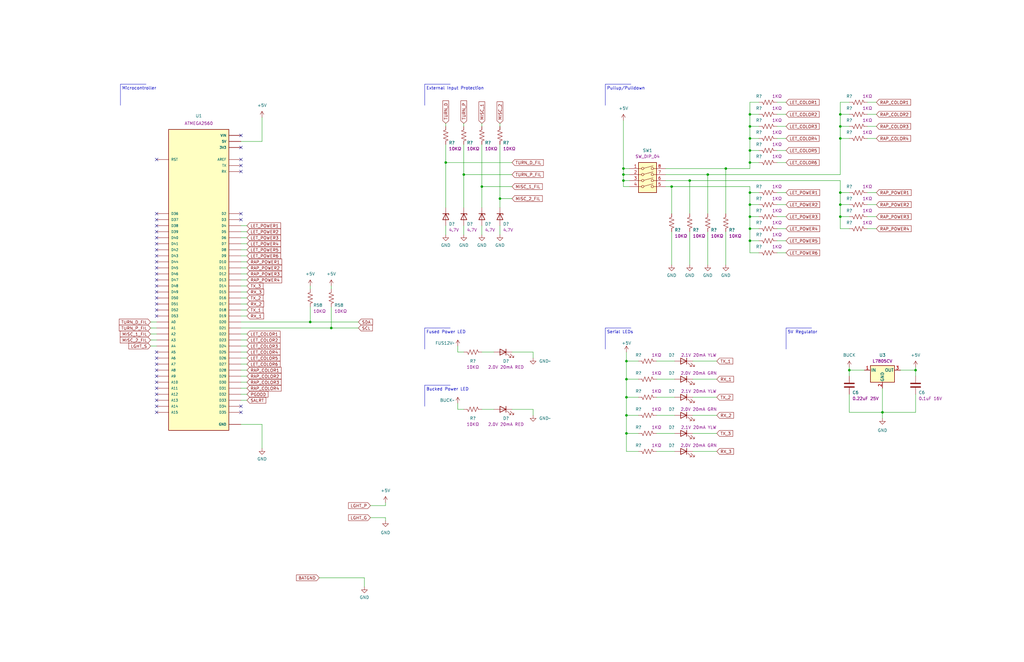
<source format=kicad_sch>
(kicad_sch (version 20230121) (generator eeschema)
  (paper "B")
  (junction (at 262.89 71.12))
  (junction (at 264.16 175.26))
  (junction (at 264.16 182.88))
  (junction (at 316.23 48.26))
  (junction (at 354.33 58.42))
  (junction (at 316.23 91.44))
  (junction (at 262.89 73.66))
  (junction (at 354.33 48.26))
  (junction (at 290.83 76.2))
  (junction (at 298.45 73.66))
  (junction (at 358.14 156.21))
  (junction (at 316.23 81.28))
  (junction (at 203.2 78.74))
  (junction (at 316.23 68.58))
  (junction (at 139.7 138.43))
  (junction (at 264.16 152.4))
  (junction (at 130.81 135.89))
  (junction (at 354.33 91.44))
  (junction (at 262.89 76.2))
  (junction (at 195.58 73.66))
  (junction (at 264.16 160.02))
  (junction (at 316.23 96.52))
  (junction (at 354.33 81.28))
  (junction (at 316.23 63.5))
  (junction (at 210.82 83.82))
  (junction (at 316.23 86.36))
  (junction (at 306.07 71.12))
  (junction (at 187.96 68.58))
  (junction (at 316.23 101.6))
  (junction (at 316.23 58.42))
  (junction (at 264.16 167.64))
  (junction (at 386.08 156.21))
  (junction (at 354.33 86.36))
  (junction (at 283.21 78.74))
  (junction (at 316.23 53.34))
  (junction (at 354.33 53.34))
  (junction (at 372.11 173.99))
  (no_connect (at 66.04 128.27))
  (no_connect (at 101.6 67.31))
  (no_connect (at 66.04 151.13))
  (no_connect (at 66.04 67.31))
  (no_connect (at 66.04 171.45))
  (no_connect (at 66.04 120.65))
  (no_connect (at 101.6 92.71))
  (no_connect (at 66.04 110.49))
  (no_connect (at 101.6 72.39))
  (no_connect (at 66.04 100.33))
  (no_connect (at 66.04 168.91))
  (no_connect (at 66.04 173.99))
  (no_connect (at 66.04 92.71))
  (no_connect (at 66.04 105.41))
  (no_connect (at 101.6 62.23))
  (no_connect (at 66.04 156.21))
  (no_connect (at 101.6 90.17))
  (no_connect (at 66.04 97.79))
  (no_connect (at 66.04 125.73))
  (no_connect (at 66.04 90.17))
  (no_connect (at 101.6 171.45))
  (no_connect (at 101.6 173.99))
  (no_connect (at 66.04 118.11))
  (no_connect (at 66.04 107.95))
  (no_connect (at 66.04 113.03))
  (no_connect (at 66.04 148.59))
  (no_connect (at 66.04 163.83))
  (no_connect (at 66.04 130.81))
  (no_connect (at 66.04 115.57))
  (no_connect (at 66.04 166.37))
  (no_connect (at 66.04 95.25))
  (no_connect (at 66.04 133.35))
  (no_connect (at 66.04 161.29))
  (no_connect (at 66.04 158.75))
  (no_connect (at 101.6 57.15))
  (no_connect (at 66.04 123.19))
  (no_connect (at 66.04 102.87))
  (no_connect (at 101.6 69.85))
  (no_connect (at 66.04 153.67))
  (wire (pts (xy 162.56 212.09) (xy 162.56 213.36)))
  (wire (pts (xy 327.66 86.36) (xy 331.47 86.36)))
  (wire (pts (xy 358.14 91.44) (xy 354.33 91.44)))
  (wire (pts (xy 320.04 101.6) (xy 316.23 101.6)))
  (polyline (pts (xy 179.07 35.56) (xy 179.07 44.45)))
  (polyline (pts (xy 255.27 138.43) (xy 255.27 147.32)))
  (wire (pts (xy 290.83 76.2) (xy 354.33 76.2)))
  (wire (pts (xy 264.16 160.02) (xy 264.16 167.64)))
  (wire (pts (xy 264.16 152.4) (xy 269.24 152.4)))
  (wire (pts (xy 327.66 81.28) (xy 331.47 81.28)))
  (wire (pts (xy 187.96 68.58) (xy 187.96 87.63)))
  (wire (pts (xy 316.23 48.26) (xy 316.23 53.34)))
  (wire (pts (xy 265.43 71.12) (xy 262.89 71.12)))
  (wire (pts (xy 101.6 113.03) (xy 104.14 113.03)))
  (wire (pts (xy 316.23 58.42) (xy 316.23 63.5)))
  (wire (pts (xy 320.04 86.36) (xy 316.23 86.36)))
  (wire (pts (xy 203.2 60.96) (xy 203.2 78.74)))
  (wire (pts (xy 262.89 71.12) (xy 262.89 73.66)))
  (wire (pts (xy 354.33 76.2) (xy 354.33 81.28)))
  (wire (pts (xy 379.73 156.21) (xy 386.08 156.21)))
  (wire (pts (xy 104.14 146.05) (xy 101.6 146.05)))
  (wire (pts (xy 224.79 172.72) (xy 215.9 172.72)))
  (wire (pts (xy 316.23 78.74) (xy 316.23 81.28)))
  (wire (pts (xy 354.33 91.44) (xy 354.33 96.52)))
  (wire (pts (xy 365.76 96.52) (xy 369.57 96.52)))
  (wire (pts (xy 193.04 148.59) (xy 195.58 148.59)))
  (wire (pts (xy 264.16 175.26) (xy 264.16 182.88)))
  (wire (pts (xy 358.14 81.28) (xy 354.33 81.28)))
  (wire (pts (xy 365.76 53.34) (xy 369.57 53.34)))
  (wire (pts (xy 327.66 96.52) (xy 331.47 96.52)))
  (wire (pts (xy 195.58 52.07) (xy 195.58 53.34)))
  (wire (pts (xy 276.86 167.64) (xy 284.48 167.64)))
  (polyline (pts (xy 50.8 35.56) (xy 50.8 44.45)))
  (wire (pts (xy 130.81 120.65) (xy 130.81 121.92)))
  (wire (pts (xy 283.21 78.74) (xy 316.23 78.74)))
  (wire (pts (xy 316.23 71.12) (xy 316.23 68.58)))
  (wire (pts (xy 320.04 68.58) (xy 316.23 68.58)))
  (wire (pts (xy 153.67 247.65) (xy 153.67 243.84)))
  (wire (pts (xy 203.2 78.74) (xy 203.2 87.63)))
  (wire (pts (xy 358.14 166.37) (xy 358.14 173.99)))
  (wire (pts (xy 101.6 102.87) (xy 104.14 102.87)))
  (wire (pts (xy 195.58 73.66) (xy 195.58 87.63)))
  (wire (pts (xy 320.04 58.42) (xy 316.23 58.42)))
  (wire (pts (xy 280.67 71.12) (xy 306.07 71.12)))
  (wire (pts (xy 101.6 97.79) (xy 104.14 97.79)))
  (wire (pts (xy 104.14 148.59) (xy 101.6 148.59)))
  (wire (pts (xy 354.33 53.34) (xy 354.33 58.42)))
  (wire (pts (xy 365.76 48.26) (xy 369.57 48.26)))
  (wire (pts (xy 365.76 58.42) (xy 369.57 58.42)))
  (wire (pts (xy 358.14 96.52) (xy 354.33 96.52)))
  (wire (pts (xy 358.14 48.26) (xy 354.33 48.26)))
  (wire (pts (xy 264.16 167.64) (xy 264.16 175.26)))
  (wire (pts (xy 224.79 148.59) (xy 215.9 148.59)))
  (wire (pts (xy 306.07 71.12) (xy 306.07 90.17)))
  (wire (pts (xy 193.04 146.05) (xy 193.04 148.59)))
  (wire (pts (xy 104.14 133.35) (xy 101.6 133.35)))
  (polyline (pts (xy 255.27 138.43) (xy 266.065 138.43)))
  (wire (pts (xy 358.14 53.34) (xy 354.33 53.34)))
  (wire (pts (xy 316.23 63.5) (xy 316.23 68.58)))
  (wire (pts (xy 187.96 95.25) (xy 187.96 99.06)))
  (polyline (pts (xy 255.27 35.56) (xy 266.065 35.56)))
  (wire (pts (xy 104.14 163.83) (xy 101.6 163.83)))
  (wire (pts (xy 63.5 138.43) (xy 66.04 138.43)))
  (wire (pts (xy 365.76 81.28) (xy 369.57 81.28)))
  (wire (pts (xy 264.16 182.88) (xy 264.16 190.5)))
  (wire (pts (xy 265.43 78.74) (xy 262.89 78.74)))
  (wire (pts (xy 104.14 140.97) (xy 101.6 140.97)))
  (wire (pts (xy 358.14 156.21) (xy 364.49 156.21)))
  (wire (pts (xy 354.33 86.36) (xy 354.33 91.44)))
  (wire (pts (xy 101.6 118.11) (xy 104.14 118.11)))
  (wire (pts (xy 104.14 161.29) (xy 101.6 161.29)))
  (wire (pts (xy 104.14 153.67) (xy 101.6 153.67)))
  (wire (pts (xy 320.04 48.26) (xy 316.23 48.26)))
  (wire (pts (xy 104.14 158.75) (xy 101.6 158.75)))
  (polyline (pts (xy 255.27 35.56) (xy 255.27 44.45)))
  (wire (pts (xy 358.14 58.42) (xy 354.33 58.42)))
  (wire (pts (xy 203.2 52.07) (xy 203.2 53.34)))
  (polyline (pts (xy 179.07 162.56) (xy 179.07 171.45)))
  (wire (pts (xy 292.1 175.26) (xy 302.26 175.26)))
  (wire (pts (xy 104.14 143.51) (xy 101.6 143.51)))
  (wire (pts (xy 203.2 172.72) (xy 208.28 172.72)))
  (wire (pts (xy 320.04 91.44) (xy 316.23 91.44)))
  (wire (pts (xy 187.96 52.07) (xy 187.96 53.34)))
  (wire (pts (xy 283.21 78.74) (xy 283.21 90.17)))
  (wire (pts (xy 298.45 73.66) (xy 298.45 90.17)))
  (wire (pts (xy 386.08 166.37) (xy 386.08 173.99)))
  (wire (pts (xy 298.45 111.76) (xy 298.45 97.79)))
  (wire (pts (xy 104.14 151.13) (xy 101.6 151.13)))
  (wire (pts (xy 264.16 167.64) (xy 269.24 167.64)))
  (wire (pts (xy 110.49 179.07) (xy 110.49 189.23)))
  (wire (pts (xy 327.66 68.58) (xy 331.47 68.58)))
  (wire (pts (xy 327.66 101.6) (xy 331.47 101.6)))
  (wire (pts (xy 316.23 53.34) (xy 316.23 58.42)))
  (wire (pts (xy 63.5 140.97) (xy 66.04 140.97)))
  (wire (pts (xy 101.6 168.91) (xy 104.14 168.91)))
  (wire (pts (xy 101.6 105.41) (xy 104.14 105.41)))
  (wire (pts (xy 110.49 59.69) (xy 101.6 59.69)))
  (wire (pts (xy 358.14 158.75) (xy 358.14 156.21)))
  (wire (pts (xy 63.5 146.05) (xy 66.04 146.05)))
  (wire (pts (xy 104.14 156.21) (xy 101.6 156.21)))
  (wire (pts (xy 101.6 179.07) (xy 110.49 179.07)))
  (wire (pts (xy 104.14 125.73) (xy 101.6 125.73)))
  (wire (pts (xy 187.96 60.96) (xy 187.96 68.58)))
  (wire (pts (xy 63.5 135.89) (xy 66.04 135.89)))
  (wire (pts (xy 280.67 76.2) (xy 290.83 76.2)))
  (wire (pts (xy 276.86 182.88) (xy 284.48 182.88)))
  (wire (pts (xy 195.58 60.96) (xy 195.58 73.66)))
  (wire (pts (xy 139.7 138.43) (xy 151.13 138.43)))
  (wire (pts (xy 290.83 76.2) (xy 290.83 90.17)))
  (wire (pts (xy 358.14 43.18) (xy 354.33 43.18)))
  (wire (pts (xy 358.14 173.99) (xy 372.11 173.99)))
  (wire (pts (xy 372.11 176.53) (xy 372.11 173.99)))
  (wire (pts (xy 210.82 52.07) (xy 210.82 53.34)))
  (wire (pts (xy 264.16 175.26) (xy 269.24 175.26)))
  (wire (pts (xy 354.33 81.28) (xy 354.33 86.36)))
  (wire (pts (xy 365.76 43.18) (xy 369.57 43.18)))
  (wire (pts (xy 320.04 63.5) (xy 316.23 63.5)))
  (wire (pts (xy 101.6 138.43) (xy 139.7 138.43)))
  (polyline (pts (xy 179.07 138.43) (xy 179.07 147.32)))
  (wire (pts (xy 327.66 106.68) (xy 331.47 106.68)))
  (wire (pts (xy 156.21 218.44) (xy 162.56 218.44)))
  (wire (pts (xy 306.07 71.12) (xy 316.23 71.12)))
  (wire (pts (xy 215.9 83.82) (xy 210.82 83.82)))
  (polyline (pts (xy 179.07 162.56) (xy 189.865 162.56)))
  (wire (pts (xy 358.14 154.94) (xy 358.14 156.21)))
  (wire (pts (xy 262.89 76.2) (xy 262.89 78.74)))
  (wire (pts (xy 156.21 213.36) (xy 162.56 213.36)))
  (wire (pts (xy 262.89 73.66) (xy 265.43 73.66)))
  (wire (pts (xy 210.82 60.96) (xy 210.82 83.82)))
  (wire (pts (xy 264.16 148.59) (xy 264.16 152.4)))
  (wire (pts (xy 365.76 91.44) (xy 369.57 91.44)))
  (wire (pts (xy 215.9 73.66) (xy 195.58 73.66)))
  (wire (pts (xy 283.21 111.76) (xy 283.21 97.79)))
  (wire (pts (xy 354.33 48.26) (xy 354.33 53.34)))
  (wire (pts (xy 306.07 111.76) (xy 306.07 97.79)))
  (wire (pts (xy 264.16 190.5) (xy 269.24 190.5)))
  (wire (pts (xy 215.9 68.58) (xy 187.96 68.58)))
  (wire (pts (xy 262.89 73.66) (xy 262.89 76.2)))
  (wire (pts (xy 298.45 73.66) (xy 354.33 73.66)))
  (polyline (pts (xy 331.47 138.43) (xy 331.47 147.32)))
  (wire (pts (xy 63.5 143.51) (xy 66.04 143.51)))
  (wire (pts (xy 101.6 115.57) (xy 104.14 115.57)))
  (wire (pts (xy 327.66 91.44) (xy 331.47 91.44)))
  (wire (pts (xy 276.86 160.02) (xy 284.48 160.02)))
  (wire (pts (xy 386.08 156.21) (xy 386.08 158.75)))
  (wire (pts (xy 292.1 190.5) (xy 302.26 190.5)))
  (wire (pts (xy 101.6 110.49) (xy 104.14 110.49)))
  (wire (pts (xy 203.2 95.25) (xy 203.2 99.06)))
  (wire (pts (xy 316.23 81.28) (xy 316.23 86.36)))
  (wire (pts (xy 224.79 151.13) (xy 224.79 148.59)))
  (wire (pts (xy 130.81 135.89) (xy 151.13 135.89)))
  (wire (pts (xy 276.86 190.5) (xy 284.48 190.5)))
  (wire (pts (xy 264.16 160.02) (xy 269.24 160.02)))
  (wire (pts (xy 316.23 91.44) (xy 316.23 96.52)))
  (wire (pts (xy 358.14 86.36) (xy 354.33 86.36)))
  (wire (pts (xy 386.08 154.94) (xy 386.08 156.21)))
  (wire (pts (xy 327.66 58.42) (xy 331.47 58.42)))
  (wire (pts (xy 134.62 243.84) (xy 153.67 243.84)))
  (wire (pts (xy 372.11 173.99) (xy 386.08 173.99)))
  (wire (pts (xy 101.6 135.89) (xy 130.81 135.89)))
  (wire (pts (xy 193.04 170.18) (xy 193.04 172.72)))
  (wire (pts (xy 203.2 148.59) (xy 208.28 148.59)))
  (wire (pts (xy 210.82 83.82) (xy 210.82 87.63)))
  (wire (pts (xy 365.76 86.36) (xy 369.57 86.36)))
  (wire (pts (xy 327.66 48.26) (xy 331.47 48.26)))
  (wire (pts (xy 276.86 152.4) (xy 284.48 152.4)))
  (wire (pts (xy 110.49 49.53) (xy 110.49 59.69)))
  (wire (pts (xy 193.04 172.72) (xy 195.58 172.72)))
  (wire (pts (xy 224.79 175.26) (xy 224.79 172.72)))
  (wire (pts (xy 316.23 86.36) (xy 316.23 91.44)))
  (wire (pts (xy 215.9 78.74) (xy 203.2 78.74)))
  (wire (pts (xy 264.16 152.4) (xy 264.16 160.02)))
  (wire (pts (xy 262.89 50.8) (xy 262.89 71.12)))
  (wire (pts (xy 139.7 129.54) (xy 139.7 138.43)))
  (wire (pts (xy 276.86 175.26) (xy 284.48 175.26)))
  (wire (pts (xy 292.1 160.02) (xy 302.26 160.02)))
  (wire (pts (xy 280.67 73.66) (xy 298.45 73.66)))
  (wire (pts (xy 280.67 78.74) (xy 283.21 78.74)))
  (wire (pts (xy 316.23 101.6) (xy 316.23 106.68)))
  (wire (pts (xy 327.66 53.34) (xy 331.47 53.34)))
  (wire (pts (xy 104.14 120.65) (xy 101.6 120.65)))
  (wire (pts (xy 292.1 167.64) (xy 302.26 167.64)))
  (polyline (pts (xy 331.47 138.43) (xy 342.265 138.43)))
  (wire (pts (xy 320.04 81.28) (xy 316.23 81.28)))
  (polyline (pts (xy 179.07 35.56) (xy 189.865 35.56)))
  (wire (pts (xy 320.04 53.34) (xy 316.23 53.34)))
  (wire (pts (xy 162.56 218.44) (xy 162.56 219.71)))
  (polyline (pts (xy 179.07 138.43) (xy 189.865 138.43)))
  (wire (pts (xy 316.23 96.52) (xy 316.23 101.6)))
  (wire (pts (xy 101.6 107.95) (xy 104.14 107.95)))
  (wire (pts (xy 292.1 152.4) (xy 302.26 152.4)))
  (wire (pts (xy 101.6 95.25) (xy 104.14 95.25)))
  (wire (pts (xy 327.66 63.5) (xy 331.47 63.5)))
  (wire (pts (xy 195.58 95.25) (xy 195.58 99.06)))
  (wire (pts (xy 316.23 43.18) (xy 316.23 48.26)))
  (wire (pts (xy 264.16 182.88) (xy 269.24 182.88)))
  (wire (pts (xy 320.04 43.18) (xy 316.23 43.18)))
  (wire (pts (xy 320.04 96.52) (xy 316.23 96.52)))
  (wire (pts (xy 139.7 120.65) (xy 139.7 121.92)))
  (wire (pts (xy 327.66 43.18) (xy 331.47 43.18)))
  (wire (pts (xy 354.33 73.66) (xy 354.33 58.42)))
  (wire (pts (xy 104.14 128.27) (xy 101.6 128.27)))
  (wire (pts (xy 292.1 182.88) (xy 302.26 182.88)))
  (wire (pts (xy 104.14 130.81) (xy 101.6 130.81)))
  (wire (pts (xy 104.14 123.19) (xy 101.6 123.19)))
  (wire (pts (xy 290.83 111.76) (xy 290.83 97.79)))
  (wire (pts (xy 354.33 43.18) (xy 354.33 48.26)))
  (wire (pts (xy 130.81 129.54) (xy 130.81 135.89)))
  (wire (pts (xy 372.11 173.99) (xy 372.11 163.83)))
  (polyline (pts (xy 50.8 35.56) (xy 61.595 35.56)))
  (wire (pts (xy 210.82 95.25) (xy 210.82 99.06)))
  (wire (pts (xy 101.6 100.33) (xy 104.14 100.33)))
  (wire (pts (xy 262.89 76.2) (xy 265.43 76.2)))
  (wire (pts (xy 320.04 106.68) (xy 316.23 106.68)))
  (wire (pts (xy 101.6 166.37) (xy 104.14 166.37)))
  (text "Fused Power LED" (at 179.705 140.97 0) (effects (font (size 1.27 1.27)) (justify left bottom)))
  (text "Bucked Power LED" (at 179.705 165.1 0) (effects (font (size 1.27 1.27)) (justify left bottom)))
  (text "Pullup/Pulldown" (at 255.905 38.1 0) (effects (font (size 1.27 1.27)) (justify left bottom)))
  (text "Serial LEDs" (at 255.905 140.97 0) (effects (font (size 1.27 1.27)) (justify left bottom)))
  (text "5V Regulator" (at 332.105 140.97 0) (effects (font (size 1.27 1.27)) (justify left bottom)))
  (text "Microcontroller" (at 51.435 38.1 0) (effects (font (size 1.27 1.27)) (justify left bottom)))
  (text "External Input Protection" (at 179.705 38.1 0) (effects (font (size 1.27 1.27)) (justify left bottom)))
  (global_label "PGOOD" (shape input) (at 104.14 166.37 0) (property "Intersheetrefs" "${INTERSHEET_REFS}" (effects hide)))
  (global_label "BATGND" (shape input) (at 134.62 243.84 180) (property "Intersheetrefs" "${INTERSHEET_REFS}" (effects hide)))
  (global_label "TURN_P" (shape input) (at 195.58 52.07 90) (property "Intersheetrefs" "${INTERSHEET_REFS}" (effects hide)))
  (global_label "RX_1" (shape input) (at 104.14 133.35 0) (property "Intersheetrefs" "${INTERSHEET_REFS}" (effects hide)))
  (global_label "RAP_POWER1" (shape input) (at 369.57 81.28 0) (property "Intersheetrefs" "${INTERSHEET_REFS}" (effects hide)))
  (global_label "RX_2" (shape input) (at 104.14 128.27 0) (property "Intersheetrefs" "${INTERSHEET_REFS}" (effects hide)))
  (global_label "MISC_1" (shape input) (at 203.2 52.07 90) (property "Intersheetrefs" "${INTERSHEET_REFS}" (effects hide)))
  (global_label "LET_POWER5" (shape input) (at 104.14 105.41 0) (property "Intersheetrefs" "${INTERSHEET_REFS}" (effects hide)))
  (global_label "SALRT" (shape input) (at 104.14 168.91 0) (property "Intersheetrefs" "${INTERSHEET_REFS}" (effects hide)))
  (global_label "RX_3" (shape input) (at 104.14 123.19 0) (property "Intersheetrefs" "${INTERSHEET_REFS}" (effects hide)))
  (global_label "RX_2" (shape input) (at 302.26 175.26 0) (property "Intersheetrefs" "${INTERSHEET_REFS}" (effects hide)))
  (global_label "SDA" (shape input) (at 151.13 135.89 0) (property "Intersheetrefs" "${INTERSHEET_REFS}" (effects hide)))
  (global_label "LET_COLOR6" (shape input) (at 104.14 153.67 0) (property "Intersheetrefs" "${INTERSHEET_REFS}" (effects hide)))
  (global_label "LET_COLOR1" (shape input) (at 331.47 43.18 0) (property "Intersheetrefs" "${INTERSHEET_REFS}" (effects hide)))
  (global_label "MISC_2_FIL" (shape input) (at 215.9 83.82 0) (property "Intersheetrefs" "${INTERSHEET_REFS}" (effects hide)))
  (global_label "LET_POWER1" (shape input) (at 331.47 81.28 0) (property "Intersheetrefs" "${INTERSHEET_REFS}" (effects hide)))
  (global_label "LET_COLOR5" (shape input) (at 104.14 151.13 0) (property "Intersheetrefs" "${INTERSHEET_REFS}" (effects hide)))
  (global_label "LGHT_S" (shape input) (at 63.5 146.05 180) (property "Intersheetrefs" "${INTERSHEET_REFS}" (effects hide)))
  (global_label "TX_2" (shape input) (at 104.14 125.73 0) (property "Intersheetrefs" "${INTERSHEET_REFS}" (effects hide)))
  (global_label "MISC_2" (shape input) (at 210.82 52.07 90) (property "Intersheetrefs" "${INTERSHEET_REFS}" (effects hide)))
  (global_label "RX_1" (shape input) (at 302.26 160.02 0) (property "Intersheetrefs" "${INTERSHEET_REFS}" (effects hide)))
  (global_label "LET_POWER4" (shape input) (at 104.14 102.87 0) (property "Intersheetrefs" "${INTERSHEET_REFS}" (effects hide)))
  (global_label "SCL" (shape input) (at 151.13 138.43 0) (property "Intersheetrefs" "${INTERSHEET_REFS}" (effects hide)))
  (global_label "MISC_2_FIL" (shape input) (at 63.5 143.51 180) (property "Intersheetrefs" "${INTERSHEET_REFS}" (effects hide)))
  (global_label "TURN_P_FIL" (shape input) (at 215.9 73.66 0) (property "Intersheetrefs" "${INTERSHEET_REFS}" (effects hide)))
  (global_label "LET_POWER3" (shape input) (at 104.14 100.33 0) (property "Intersheetrefs" "${INTERSHEET_REFS}" (effects hide)))
  (global_label "RAP_COLOR3" (shape input) (at 369.57 53.34 0) (property "Intersheetrefs" "${INTERSHEET_REFS}" (effects hide)))
  (global_label "LET_COLOR1" (shape input) (at 104.14 140.97 0) (property "Intersheetrefs" "${INTERSHEET_REFS}" (effects hide)))
  (global_label "LET_POWER6" (shape input) (at 331.47 106.68 0) (property "Intersheetrefs" "${INTERSHEET_REFS}" (effects hide)))
  (global_label "LET_POWER1" (shape input) (at 104.14 95.25 0) (property "Intersheetrefs" "${INTERSHEET_REFS}" (effects hide)))
  (global_label "TURN_D_FIL" (shape input) (at 215.9 68.58 0) (property "Intersheetrefs" "${INTERSHEET_REFS}" (effects hide)))
  (global_label "RAP_POWER3" (shape input) (at 104.14 115.57 0) (property "Intersheetrefs" "${INTERSHEET_REFS}" (effects hide)))
  (global_label "LET_POWER3" (shape input) (at 331.47 91.44 0) (property "Intersheetrefs" "${INTERSHEET_REFS}" (effects hide)))
  (global_label "RAP_COLOR3" (shape input) (at 104.14 161.29 0) (property "Intersheetrefs" "${INTERSHEET_REFS}" (effects hide)))
  (global_label "RAP_POWER4" (shape input) (at 104.14 118.11 0) (property "Intersheetrefs" "${INTERSHEET_REFS}" (effects hide)))
  (global_label "LET_COLOR3" (shape input) (at 331.47 53.34 0) (property "Intersheetrefs" "${INTERSHEET_REFS}" (effects hide)))
  (global_label "RAP_POWER4" (shape input) (at 369.57 96.52 0) (property "Intersheetrefs" "${INTERSHEET_REFS}" (effects hide)))
  (global_label "RAP_POWER2" (shape input) (at 369.57 86.36 0) (property "Intersheetrefs" "${INTERSHEET_REFS}" (effects hide)))
  (global_label "RAP_COLOR1" (shape input) (at 369.57 43.18 0) (property "Intersheetrefs" "${INTERSHEET_REFS}" (effects hide)))
  (global_label "RAP_COLOR4" (shape input) (at 104.14 163.83 0) (property "Intersheetrefs" "${INTERSHEET_REFS}" (effects hide)))
  (global_label "RAP_POWER3" (shape input) (at 369.57 91.44 0) (property "Intersheetrefs" "${INTERSHEET_REFS}" (effects hide)))
  (global_label "LET_COLOR4" (shape input) (at 331.47 58.42 0) (property "Intersheetrefs" "${INTERSHEET_REFS}" (effects hide)))
  (global_label "MISC_1_FIL" (shape input) (at 63.5 140.97 180) (property "Intersheetrefs" "${INTERSHEET_REFS}" (effects hide)))
  (global_label "TX_1" (shape input) (at 302.26 152.4 0) (property "Intersheetrefs" "${INTERSHEET_REFS}" (effects hide)))
  (global_label "MISC_1_FIL" (shape input) (at 215.9 78.74 0) (property "Intersheetrefs" "${INTERSHEET_REFS}" (effects hide)))
  (global_label "RAP_COLOR2" (shape input) (at 369.57 48.26 0) (property "Intersheetrefs" "${INTERSHEET_REFS}" (effects hide)))
  (global_label "LET_COLOR6" (shape input) (at 331.47 68.58 0) (property "Intersheetrefs" "${INTERSHEET_REFS}" (effects hide)))
  (global_label "LET_COLOR3" (shape input) (at 104.14 146.05 0) (property "Intersheetrefs" "${INTERSHEET_REFS}" (effects hide)))
  (global_label "TX_3" (shape input) (at 104.14 120.65 0) (property "Intersheetrefs" "${INTERSHEET_REFS}" (effects hide)))
  (global_label "TX_1" (shape input) (at 104.14 130.81 0) (property "Intersheetrefs" "${INTERSHEET_REFS}" (effects hide)))
  (global_label "TURN_D" (shape input) (at 187.96 52.07 90) (property "Intersheetrefs" "${INTERSHEET_REFS}" (effects hide)))
  (global_label "LGHT_P" (shape input) (at 156.21 213.36 180) (property "Intersheetrefs" "${INTERSHEET_REFS}" (effects hide)))
  (global_label "TURN_D_FIL" (shape input) (at 63.5 135.89 180) (property "Intersheetrefs" "${INTERSHEET_REFS}" (effects hide)))
  (global_label "RAP_POWER2" (shape input) (at 104.14 113.03 0) (property "Intersheetrefs" "${INTERSHEET_REFS}" (effects hide)))
  (global_label "RAP_COLOR4" (shape input) (at 369.57 58.42 0) (property "Intersheetrefs" "${INTERSHEET_REFS}" (effects hide)))
  (global_label "RAP_COLOR2" (shape input) (at 104.14 158.75 0) (property "Intersheetrefs" "${INTERSHEET_REFS}" (effects hide)))
  (global_label "RAP_COLOR1" (shape input) (at 104.14 156.21 0) (property "Intersheetrefs" "${INTERSHEET_REFS}" (effects hide)))
  (global_label "LET_COLOR2" (shape input) (at 331.47 48.26 0) (property "Intersheetrefs" "${INTERSHEET_REFS}" (effects hide)))
  (global_label "LET_COLOR2" (shape input) (at 104.14 143.51 0) (property "Intersheetrefs" "${INTERSHEET_REFS}" (effects hide)))
  (global_label "TURN_P_FIL" (shape input) (at 63.5 138.43 180) (property "Intersheetrefs" "${INTERSHEET_REFS}" (effects hide)))
  (global_label "TX_3" (shape input) (at 302.26 182.88 0) (property "Intersheetrefs" "${INTERSHEET_REFS}" (effects hide)))
  (global_label "LGHT_G" (shape input) (at 156.21 218.44 180) (property "Intersheetrefs" "${INTERSHEET_REFS}" (effects hide)))
  (global_label "TX_2" (shape input) (at 302.26 167.64 0) (property "Intersheetrefs" "${INTERSHEET_REFS}" (effects hide)))
  (global_label "LET_POWER4" (shape input) (at 331.47 96.52 0) (property "Intersheetrefs" "${INTERSHEET_REFS}" (effects hide)))
  (global_label "RAP_POWER1" (shape input) (at 104.14 110.49 0) (property "Intersheetrefs" "${INTERSHEET_REFS}" (effects hide)))
  (global_label "LET_COLOR4" (shape input) (at 104.14 148.59 0) (property "Intersheetrefs" "${INTERSHEET_REFS}" (effects hide)))
  (global_label "LET_COLOR5" (shape input) (at 331.47 63.5 0) (property "Intersheetrefs" "${INTERSHEET_REFS}" (effects hide)))
  (global_label "LET_POWER2" (shape input) (at 104.14 97.79 0) (property "Intersheetrefs" "${INTERSHEET_REFS}" (effects hide)))
  (global_label "LET_POWER6" (shape input) (at 104.14 107.95 0) (property "Intersheetrefs" "${INTERSHEET_REFS}" (effects hide)))
  (global_label "RX_3" (shape input) (at 302.26 190.5 0) (property "Intersheetrefs" "${INTERSHEET_REFS}" (effects hide)))
  (global_label "LET_POWER5" (shape input) (at 331.47 101.6 0) (property "Intersheetrefs" "${INTERSHEET_REFS}" (effects hide)))
  (global_label "LET_POWER2" (shape input) (at 331.47 86.36 0) (property "Intersheetrefs" "${INTERSHEET_REFS}" (effects hide)))
  (symbol (lib_id "power:GND") (at 110.49 189.23 0) (unit 1)
    (property "Reference" "#PWR014" (effects hide))
    (property "Value" "GND" (at 110.49 193.675 0))
    (instances (project "FIC Board" (path "" (reference "#PWR014") (unit 1)) (path "" (reference "#PWR?") (unit 1))))
  )
  (symbol (lib_id "Switch:SW_DIP_x04") (at 273.05 76.2 0) (unit 1)
    (property "Reference" "SW1" (at 273.05 63.5 0))
    (property "Value" "SW_DIP_04" (effects hide))
    (property "Footprint" "Button_Switch_THT:SW_DIP_SPSTx04_Slide_9.78x12.34mm_W7.62mm_P2.54mm" (effects hide))
    (property "Datasheet" "https://www.cuidevices.com/product/resource/ds01-254.pdf" (effects hide))
    (property "MPN" "DS01C-254-L-04BE" (effects hide))
    (property "Unit Price" "0.63" (effects hide))
    (property "Supplier" "https://www.digikey.com/en/products/detail/cui-devices/DS01C-254-L-04BE/11310889?utm_adgroup=&utm_source=google&utm_medium=cpc&utm_campaign=PMax%20Shopping_Product_Low%20ROAS%20Categories&utm_term=&utm_content=&gclid=Cj0KCQjw3JanBhCPARIsAJpXTx4zWwidxIKvC966d-jtnAvn7VqVUig7xZT_zBE0_lBWgt9nfy9lWOIaApL-EALw_wcB" (effects hide))
    (property "id" "SW_DIP_04" (at 273.05 66.04 0))
    (property "Description" "Dip Switch SPST 4 Position Through Hole Slide (Standard) Actuator 25mA 24VDC" (effects hide))
    (instances (project "FIC Board" (path "" (reference "SW1") (unit 1)) (path "" (reference "SW?") (unit 1))))
  )
  (symbol (lib_id "Diode:1N47xxA") (at 195.58 91.44 270) (unit 1)
    (property "Reference" "D?" (at 196.85 95.25 90) (effects (justify left bottom)))
    (property "Value" "4.7V Zener SOD-80" (effects hide))
    (property "Footprint" "Diode_SMD:D_MiniMELF" (effects hide))
    (property "Datasheet" "https://www.vishay.com/docs/85816/1n4728a.pdf" (effects hide))
    (property "Unit Price" "0.21" (effects hide))
    (property "Description" "Zener Diode 4.7 V 500 mW ±5% Surface Mount SOD-80 QuadroMELF" (effects hide))
    (property "id" "4.7V" (at 196.85 97.79 90) (effects (justify left bottom)))
    (property "MPN" "BZT55C4V7-GS08" (effects hide))
    (property "Supplier" "https://www.digikey.com/en/products/detail/vishay-general-semiconductor-diodes-division/BZT55C4V7-GS08/4830958" (effects hide))
    (instances (project "FIC Board" (path "" (reference "D?") (unit 1)) (path "" (reference "D2") (unit 1))))
  )
  (symbol (lib_id "Device:R_US") (at 139.7 125.73 0) (mirror y) (unit 1)
    (property "Reference" "R58" (at 140.97 129.54 0) (effects (justify right bottom)))
    (property "Value" "10KΩ 0603" (effects hide))
    (property "Footprint" "Resistor_SMD:R_0603_1608Metric" (effects hide))
    (property "Datasheet" "https://www.seielect.com/catalog/sei-rncp.pdf" (effects hide))
    (property "Manufacturer Product Number" "RNCP0603FTD10K0" (effects hide))
    (property "Unit Price" "0.10" (effects hide))
    (property "Description" "10 kOhms ±1% 0.125W, 1/8W Chip Resistor 0603 (1608 Metric) Anti-Sulfur Thin Film" (effects hide))
    (property "id" "10KΩ" (at 140.97 132.08 0) (effects (justify right bottom)))
    (property "MPN" "RNCP0603FTD10K0" (effects hide))
    (property "Supplier" "https://www.digikey.com/en/products/detail/stackpole-electronics-inc/RNCP0603FTD10K0/2240139?s=N4IgTCBcDaIEoDkDCAFADANjQZgGIBUARARjQGk0QBdAXyA" (effects hide))
    (instances (project "FIC Board" (path "" (reference "R58") (unit 1)) (path "" (reference "R?") (unit 1)) (path "" (reference "R73") (unit 1))))
  )
  (symbol (lib_id "Device:R_US") (at 210.82 57.15 0) (mirror y) (unit 1)
    (property "Reference" "R?" (at 212.09 60.96 0) (effects (justify right bottom)))
    (property "Value" "10KΩ 0603" (effects hide))
    (property "Footprint" "Resistor_SMD:R_0603_1608Metric" (effects hide))
    (property "Datasheet" "https://www.seielect.com/catalog/sei-rncp.pdf" (effects hide))
    (property "Manufacturer Product Number" "RNCP0603FTD10K0" (effects hide))
    (property "Unit Price" "0.10" (effects hide))
    (property "Description" "10 kOhms ±1% 0.125W, 1/8W Chip Resistor 0603 (1608 Metric) Anti-Sulfur Thin Film" (effects hide))
    (property "id" "10KΩ" (at 212.09 63.5 0) (effects (justify right bottom)))
    (property "MPN" "RNCP0603FTD10K0" (effects hide))
    (property "Supplier" "https://www.digikey.com/en/products/detail/stackpole-electronics-inc/RNCP0603FTD10K0/2240139?s=N4IgTCBcDaIEoDkDCAFADANjQZgGIBUARARjQGk0QBdAXyA" (effects hide))
    (instances (project "FIC Board" (path "" (reference "R?") (unit 1)) (path "" (reference "R?") (unit 1)) (path "" (reference "R10") (unit 1))))
  )
  (symbol (lib_id "Device:LED") (at 288.29 175.26 0) (mirror y) (unit 1)
    (property "Reference" "D?" (at 283.21 172.72 0))
    (property "Value" "2.0V 20mA GRN 0603" (effects hide))
    (property "Footprint" "LED_SMD:LED_0603_1608Metric" (effects hide))
    (property "Datasheet" "https://optoelectronics.liteon.com/upload/download/DS22-2000-228/LTST-C191KGKT.PDF" (effects hide))
    (property "Unit Price" "0.26" (effects hide))
    (property "Description" "Green 571nm LED Indication - Discrete 2V 0603 (1608 Metric)" (effects hide))
    (property "id" "2.0V 20mA GRN" (at 294.64 172.72 0))
    (property "MPN" "LTST-C191KGKT" (effects hide))
    (property "Supplier" "https://www.digikey.com/en/products/detail/liteon/LTST-C191KGKT/386835" (effects hide))
    (instances (project "FIC Board" (path "" (reference "D?") (unit 1)) (path "" (reference "D10") (unit 1))))
  )
  (symbol (lib_id "power:GND") (at 210.82 99.06 0) (unit 1)
    (property "Reference" "#PWR06" (effects hide))
    (property "Value" "GND" (at 210.82 103.505 0))
    (instances (project "FIC Board" (path "" (reference "#PWR06") (unit 1)) (path "" (reference "#PWR?") (unit 1))))
  )
  (symbol (lib_id "Device:R_US") (at 306.07 93.98 0) (mirror y) (unit 1)
    (property "Reference" "R?" (at 307.34 97.79 0) (effects (justify right bottom)))
    (property "Value" "10KΩ 0603" (effects hide))
    (property "Footprint" "Resistor_SMD:R_0603_1608Metric" (effects hide))
    (property "Datasheet" "https://www.seielect.com/catalog/sei-rncp.pdf" (effects hide))
    (property "Manufacturer Product Number" "RNCP0603FTD10K0" (effects hide))
    (property "Unit Price" "0.10" (effects hide))
    (property "Description" "10 kOhms ±1% 0.125W, 1/8W Chip Resistor 0603 (1608 Metric) Anti-Sulfur Thin Film" (effects hide))
    (property "id" "10KΩ" (at 307.34 100.33 0) (effects (justify right bottom)))
    (property "MPN" "RNCP0603FTD10K0" (effects hide))
    (property "Supplier" "https://www.digikey.com/en/products/detail/stackpole-electronics-inc/RNCP0603FTD10K0/2240139?s=N4IgTCBcDaIEoDkDCAFADANjQZgGIBUARARjQGk0QBdAXyA" (effects hide))
    (instances (project "FIC Board" (path "" (reference "R?") (unit 1)) (path "" (reference "R?") (unit 1)) (path "" (reference "R24") (unit 1))))
  )
  (symbol (lib_id "Device:LED") (at 288.29 182.88 0) (mirror y) (unit 1)
    (property "Reference" "D?" (at 283.21 180.34 0))
    (property "Value" "2.1V 20mA YLW 0603" (effects hide))
    (property "Footprint" "LED_SMD:LED_0603_1608Metric" (effects hide))
    (property "Datasheet" "https://optoelectronics.liteon.com/upload/download/DS22-2000-224/LTST-C191KSKT.PDF" (effects hide))
    (property "Unit Price" "0.28" (effects hide))
    (property "Description" "Yellow 591nm LED Indication - Discrete 2.1V 0603 (1608 Metric)" (effects hide))
    (property "id" "2.1V 20mA YLW" (at 294.64 180.34 0))
    (property "MPN" "LTST-C191KSKT" (effects hide))
    (property "Supplier" "https://www.digikey.com/en/products/detail/liteon/LTST-C191KSKT/386839" (effects hide))
    (instances (project "FIC Board" (path "" (reference "D?") (unit 1)) (path "" (reference "D11") (unit 1))))
  )
  (symbol (lib_id "FIC Board-libraries:GND~") (at 224.79 175.26 0) (unit 1)
    (property "Reference" "#PWR015" (effects hide))
    (property "Value" "GND~" (at 227.33 176.53 0) (effects (justify left)))
  )
  (symbol (lib_id "Device:R_US") (at 323.85 58.42 90) (mirror x) (unit 1)
    (property "Reference" "R?" (at 320.04 55.88 90))
    (property "Value" "1KΩ 0603" (effects hide))
    (property "Footprint" "Resistor_SMD:R_0603_1608Metric" (effects hide))
    (property "Datasheet" "https://www.seielect.com/catalog/sei-rncp.pdf" (effects hide))
    (property "Unit Price" "0.10" (effects hide))
    (property "Description" "1 kOhms ±1% 0.125W, 1/8W Chip Resistor 0603 (1608 Metric) Anti-Sulfur Thin Film" (effects hide))
    (property "id" "1KΩ" (at 327.66 55.88 90))
    (property "MPN" "RNCP0603FTD1K00" (effects hide))
    (property "Supplier" "https://www.digikey.com/en/products/detail/stackpole-electronics-inc/RNCP0603FTD1K00/2240106" (effects hide))
    (instances (project "FIC Board" (path "" (reference "R?") (unit 1)) (path "" (reference "R?") (unit 1)) (path "" (reference "R11") (unit 1))))
  )
  (symbol (lib_id "Device:R_US") (at 361.95 58.42 90) (mirror x) (unit 1)
    (property "Reference" "R?" (at 358.14 55.88 90))
    (property "Value" "1KΩ 0603" (effects hide))
    (property "Footprint" "Resistor_SMD:R_0603_1608Metric" (effects hide))
    (property "Datasheet" "https://www.seielect.com/catalog/sei-rncp.pdf" (effects hide))
    (property "Unit Price" "0.10" (effects hide))
    (property "Description" "1 kOhms ±1% 0.125W, 1/8W Chip Resistor 0603 (1608 Metric) Anti-Sulfur Thin Film" (effects hide))
    (property "id" "1KΩ" (at 365.76 55.88 90))
    (property "MPN" "RNCP0603FTD1K00" (effects hide))
    (property "Supplier" "https://www.digikey.com/en/products/detail/stackpole-electronics-inc/RNCP0603FTD1K00/2240106" (effects hide))
    (instances (project "FIC Board" (path "" (reference "R?") (unit 1)) (path "" (reference "R?") (unit 1)) (path "" (reference "R12") (unit 1))))
  )
  (symbol (lib_id "Device:R_US") (at 323.85 48.26 90) (mirror x) (unit 1)
    (property "Reference" "R?" (at 320.04 45.72 90))
    (property "Value" "1KΩ 0603" (effects hide))
    (property "Footprint" "Resistor_SMD:R_0603_1608Metric" (effects hide))
    (property "Datasheet" "https://www.seielect.com/catalog/sei-rncp.pdf" (effects hide))
    (property "Unit Price" "0.10" (effects hide))
    (property "Description" "1 kOhms ±1% 0.125W, 1/8W Chip Resistor 0603 (1608 Metric) Anti-Sulfur Thin Film" (effects hide))
    (property "id" "1KΩ" (at 327.66 45.72 90))
    (property "MPN" "RNCP0603FTD1K00" (effects hide))
    (property "Supplier" "https://www.digikey.com/en/products/detail/stackpole-electronics-inc/RNCP0603FTD1K00/2240106" (effects hide))
    (instances (project "FIC Board" (path "" (reference "R?") (unit 1)) (path "" (reference "R?") (unit 1)) (path "" (reference "R3") (unit 1))))
  )
  (symbol (lib_id "Device:C") (at 358.14 162.56 180) (unit 1)
    (property "Reference" "C6" (at 359.41 166.37 0) (effects (justify right top)))
    (property "Value" "KGM15BR51E224KT" (effects hide))
    (property "Footprint" "Capacitor_SMD:C_0603_1608Metric" (effects hide))
    (property "Datasheet" "https://datasheets.kyocera-avx.com/cx5r-KGM.pdf" (effects hide))
    (property "Unit Price" "0.31" (effects hide))
    (property "Description" "0.22 µF ±10% 25V Ceramic Capacitor X5R 0603 (1608 Metric)" (effects hide))
    (property "id" "0.22uF 25V" (at 359.41 168.91 0) (effects (justify right top)))
    (property "MPN" "KGM15BR51E224KT" (effects hide))
    (property "Supplier" "https://www.digikey.com/en/products/detail/kyocera-avx/KGM15BR51E224KT/563355https://www.digikey.com/en/products/detail/kyocera-avx/KGM15BR51E224KT/563355" (effects hide))
    (instances (project "FIC Board" (path "" (reference "C6") (unit 1)) (path "" (reference "C4") (unit 1))))
  )
  (symbol (lib_id "Device:R_US") (at 323.85 81.28 90) (mirror x) (unit 1)
    (property "Reference" "R?" (at 320.04 78.74 90))
    (property "Value" "1KΩ 0603" (effects hide))
    (property "Footprint" "Resistor_SMD:R_0603_1608Metric" (effects hide))
    (property "Datasheet" "https://www.seielect.com/catalog/sei-rncp.pdf" (effects hide))
    (property "Unit Price" "0.10" (effects hide))
    (property "Description" "1 kOhms ±1% 0.125W, 1/8W Chip Resistor 0603 (1608 Metric) Anti-Sulfur Thin Film" (effects hide))
    (property "id" "1KΩ" (at 327.66 78.74 90))
    (property "MPN" "RNCP0603FTD1K00" (effects hide))
    (property "Supplier" "https://www.digikey.com/en/products/detail/stackpole-electronics-inc/RNCP0603FTD1K00/2240106" (effects hide))
    (instances (project "FIC Board" (path "" (reference "R?") (unit 1)) (path "" (reference "R?") (unit 1)) (path "" (reference "R15") (unit 1))))
  )
  (symbol (lib_id "Device:R_US") (at 273.05 152.4 90) (mirror x) (unit 1)
    (property "Reference" "R?" (at 269.24 149.86 90))
    (property "Value" "1KΩ 0603" (effects hide))
    (property "Footprint" "Resistor_SMD:R_0603_1608Metric" (effects hide))
    (property "Datasheet" "https://www.seielect.com/catalog/sei-rncp.pdf" (effects hide))
    (property "Unit Price" "0.10" (effects hide))
    (property "Description" "1 kOhms ±1% 0.125W, 1/8W Chip Resistor 0603 (1608 Metric) Anti-Sulfur Thin Film" (effects hide))
    (property "id" "1KΩ" (at 276.86 149.86 90))
    (property "MPN" "RNCP0603FTD1K00" (effects hide))
    (property "Supplier" "https://www.digikey.com/en/products/detail/stackpole-electronics-inc/RNCP0603FTD1K00/2240106" (effects hide))
    (instances (project "FIC Board" (path "" (reference "R?") (unit 1)) (path "" (reference "R?") (unit 1)) (path "" (reference "R30") (unit 1))))
  )
  (symbol (lib_id "FIC Board-libraries:FUS12V~") (at 193.04 146.05 0) (unit 1) (in_bom no) (on_board no)
    (property "Reference" "#PWR012" (effects hide))
    (property "Value" "FUS12V~" (at 191.77 144.78 0) (effects (justify right)))
  )
  (symbol (lib_id "Device:R_US") (at 298.45 93.98 0) (mirror y) (unit 1)
    (property "Reference" "R?" (at 299.72 97.79 0) (effects (justify right bottom)))
    (property "Value" "10KΩ 0603" (effects hide))
    (property "Footprint" "Resistor_SMD:R_0603_1608Metric" (effects hide))
    (property "Datasheet" "https://www.seielect.com/catalog/sei-rncp.pdf" (effects hide))
    (property "Manufacturer Product Number" "RNCP0603FTD10K0" (effects hide))
    (property "Unit Price" "0.10" (effects hide))
    (property "Description" "10 kOhms ±1% 0.125W, 1/8W Chip Resistor 0603 (1608 Metric) Anti-Sulfur Thin Film" (effects hide))
    (property "id" "10KΩ" (at 299.72 100.33 0) (effects (justify right bottom)))
    (property "MPN" "RNCP0603FTD10K0" (effects hide))
    (property "Supplier" "https://www.digikey.com/en/products/detail/stackpole-electronics-inc/RNCP0603FTD10K0/2240139?s=N4IgTCBcDaIEoDkDCAFADANjQZgGIBUARARjQGk0QBdAXyA" (effects hide))
    (instances (project "FIC Board" (path "" (reference "R?") (unit 1)) (path "" (reference "R?") (unit 1)) (path "" (reference "R23") (unit 1))))
  )
  (symbol (lib_id "power:+5V") (at 130.81 120.65 0) (unit 1)
    (property "Reference" "#PWR080" (effects hide))
    (property "Value" "+5V" (at 130.81 115.57 0))
    (instances (project "FIC Board" (path "" (reference "#PWR080") (unit 1)) (path "" (reference "#PWR?") (unit 1))))
  )
  (symbol (lib_id "Device:R_US") (at 290.83 93.98 0) (mirror y) (unit 1)
    (property "Reference" "R?" (at 292.1 97.79 0) (effects (justify right bottom)))
    (property "Value" "10KΩ 0603" (effects hide))
    (property "Footprint" "Resistor_SMD:R_0603_1608Metric" (effects hide))
    (property "Datasheet" "https://www.seielect.com/catalog/sei-rncp.pdf" (effects hide))
    (property "Manufacturer Product Number" "RNCP0603FTD10K0" (effects hide))
    (property "Unit Price" "0.10" (effects hide))
    (property "Description" "10 kOhms ±1% 0.125W, 1/8W Chip Resistor 0603 (1608 Metric) Anti-Sulfur Thin Film" (effects hide))
    (property "id" "10KΩ" (at 292.1 100.33 0) (effects (justify right bottom)))
    (property "MPN" "RNCP0603FTD10K0" (effects hide))
    (property "Supplier" "https://www.digikey.com/en/products/detail/stackpole-electronics-inc/RNCP0603FTD10K0/2240139?s=N4IgTCBcDaIEoDkDCAFADANjQZgGIBUARARjQGk0QBdAXyA" (effects hide))
    (instances (project "FIC Board" (path "" (reference "R?") (unit 1)) (path "" (reference "R?") (unit 1)) (path "" (reference "R22") (unit 1))))
  )
  (symbol (lib_id "Diode:1N47xxA") (at 187.96 91.44 270) (unit 1)
    (property "Reference" "D?" (at 189.23 95.25 90) (effects (justify left bottom)))
    (property "Value" "Diode_SMD:D_MiniMELF" (effects hide))
    (property "Footprint" "Diode_SMD:D_MiniMELF" (effects hide))
    (property "Datasheet" "https://www.vishay.com/docs/85816/1n4728a.pdf" (effects hide))
    (property "Unit Price" "0.21" (effects hide))
    (property "Description" "Zener Diode 4.7 V 500 mW ±5% Surface Mount SOD-80 QuadroMELF" (effects hide))
    (property "id" "4.7V" (at 189.23 97.79 90) (effects (justify left bottom)))
    (property "MPN" "BZT55C4V7-GS08" (effects hide))
    (property "Supplier" "https://www.digikey.com/en/products/detail/vishay-general-semiconductor-diodes-division/BZT55C4V7-GS08/4830958" (effects hide))
    (instances (project "FIC Board" (path "" (reference "D?") (unit 1)) (path "" (reference "D1") (unit 1))))
  )
  (symbol (lib_id "Device:R_US") (at 361.95 43.18 90) (mirror x) (unit 1)
    (property "Reference" "R?" (at 358.14 40.64 90))
    (property "Value" "1KΩ 0603" (effects hide))
    (property "Footprint" "Resistor_SMD:R_0603_1608Metric" (effects hide))
    (property "Datasheet" "https://www.seielect.com/catalog/sei-rncp.pdf" (effects hide))
    (property "Unit Price" "0.10" (effects hide))
    (property "Description" "1 kOhms ±1% 0.125W, 1/8W Chip Resistor 0603 (1608 Metric) Anti-Sulfur Thin Film" (effects hide))
    (property "id" "1KΩ" (at 365.76 40.64 90))
    (property "MPN" "RNCP0603FTD1K00" (effects hide))
    (property "Supplier" "https://www.digikey.com/en/products/detail/stackpole-electronics-inc/RNCP0603FTD1K00/2240106" (effects hide))
    (instances (project "FIC Board" (path "" (reference "R?") (unit 1)) (path "" (reference "R?") (unit 1)) (path "" (reference "R2") (unit 1))))
  )
  (symbol (lib_id "Device:R_US") (at 273.05 167.64 90) (mirror x) (unit 1)
    (property "Reference" "R?" (at 269.24 165.1 90))
    (property "Value" "1KΩ 0603" (effects hide))
    (property "Footprint" "Resistor_SMD:R_0603_1608Metric" (effects hide))
    (property "Datasheet" "https://www.seielect.com/catalog/sei-rncp.pdf" (effects hide))
    (property "Unit Price" "0.10" (effects hide))
    (property "Description" "1 kOhms ±1% 0.125W, 1/8W Chip Resistor 0603 (1608 Metric) Anti-Sulfur Thin Film" (effects hide))
    (property "id" "1KΩ" (at 276.86 165.1 90))
    (property "MPN" "RNCP0603FTD1K00" (effects hide))
    (property "Supplier" "https://www.digikey.com/en/products/detail/stackpole-electronics-inc/RNCP0603FTD1K00/2240106" (effects hide))
    (instances (project "FIC Board" (path "" (reference "R?") (unit 1)) (path "" (reference "R?") (unit 1)) (path "" (reference "R32") (unit 1))))
  )
  (symbol (lib_id "power:GND") (at 306.07 111.76 0) (unit 1)
    (property "Reference" "#PWR010" (effects hide))
    (property "Value" "GND" (at 306.07 116.205 0))
    (instances (project "FIC Board" (path "" (reference "#PWR010") (unit 1)) (path "" (reference "#PWR?") (unit 1))))
  )
  (symbol (lib_id "Device:R_US") (at 130.81 125.73 0) (mirror y) (unit 1)
    (property "Reference" "R58" (at 132.08 129.54 0) (effects (justify right bottom)))
    (property "Value" "10KΩ 0603" (effects hide))
    (property "Footprint" "Resistor_SMD:R_0603_1608Metric" (effects hide))
    (property "Datasheet" "https://www.seielect.com/catalog/sei-rncp.pdf" (effects hide))
    (property "Manufacturer Product Number" "RNCP0603FTD10K0" (effects hide))
    (property "Unit Price" "0.10" (effects hide))
    (property "Description" "10 kOhms ±1% 0.125W, 1/8W Chip Resistor 0603 (1608 Metric) Anti-Sulfur Thin Film" (effects hide))
    (property "id" "10KΩ" (at 132.08 132.08 0) (effects (justify right bottom)))
    (property "MPN" "RNCP0603FTD10K0" (effects hide))
    (property "Supplier" "https://www.digikey.com/en/products/detail/stackpole-electronics-inc/RNCP0603FTD10K0/2240139?s=N4IgTCBcDaIEoDkDCAFADANjQZgGIBUARARjQGk0QBdAXyA" (effects hide))
    (instances (project "FIC Board" (path "" (reference "R58") (unit 1)) (path "" (reference "R?") (unit 1)) (path "" (reference "R29") (unit 1))))
  )
  (symbol (lib_id "FIC Board-libraries:GND~") (at 224.79 151.13 0) (unit 1)
    (property "Reference" "#PWR013" (effects hide))
    (property "Value" "GND~" (at 227.33 152.4 0) (effects (justify left)))
  )
  (symbol (lib_id "Device:R_US") (at 323.85 96.52 90) (mirror x) (unit 1)
    (property "Reference" "R?" (at 320.04 93.98 90))
    (property "Value" "1KΩ 0603" (effects hide))
    (property "Footprint" "Resistor_SMD:R_0603_1608Metric" (effects hide))
    (property "Datasheet" "https://www.seielect.com/catalog/sei-rncp.pdf" (effects hide))
    (property "Unit Price" "0.10" (effects hide))
    (property "Description" "1 kOhms ±1% 0.125W, 1/8W Chip Resistor 0603 (1608 Metric) Anti-Sulfur Thin Film" (effects hide))
    (property "id" "1KΩ" (at 327.66 93.98 90))
    (property "MPN" "RNCP0603FTD1K00" (effects hide))
    (property "Supplier" "https://www.digikey.com/en/products/detail/stackpole-electronics-inc/RNCP0603FTD1K00/2240106" (effects hide))
    (instances (project "FIC Board" (path "" (reference "R?") (unit 1)) (path "" (reference "R?") (unit 1)) (path "" (reference "R25") (unit 1))))
  )
  (symbol (lib_id "asymbols:MEGA_PRO_EMBED_CH340G_{slash}_ATMEGA2560") (at 83.82 118.11 0) (unit 1)
    (property "Reference" "U1" (at 83.82 48.895 0))
    (property "Value" "MEGA_PRO_EMBED_CH340G_{slash}_ATMEGA2560" (effects hide))
    (property "Footprint" "FIC Board-footprints:MODULE_MEGA_PRO_EMBED_CH340G___ATMEGA2560" (effects hide))
    (property "id" "ATMEGA2560" (at 83.82 52.07 0))
    (property "MANUFACTURER" "Robotdyn" (effects hide))
    (property "PARTREV" "12/May/2017" (effects hide))
    (property "STANDARD" "Manufacturer Recommendations" (effects hide))
    (instances (project "FIC Board" (path "" (reference "U1") (unit 1)) (path "" (reference "U?") (unit 1))))
  )
  (symbol (lib_id "Device:R_US") (at 361.95 86.36 90) (mirror x) (unit 1)
    (property "Reference" "R?" (at 358.14 83.82 90))
    (property "Value" "1KΩ 0603" (effects hide))
    (property "Footprint" "Resistor_SMD:R_0603_1608Metric" (effects hide))
    (property "Datasheet" "https://www.seielect.com/catalog/sei-rncp.pdf" (effects hide))
    (property "Unit Price" "0.10" (effects hide))
    (property "Description" "1 kOhms ±1% 0.125W, 1/8W Chip Resistor 0603 (1608 Metric) Anti-Sulfur Thin Film" (effects hide))
    (property "id" "1KΩ" (at 365.76 83.82 90))
    (property "MPN" "RNCP0603FTD1K00" (effects hide))
    (property "Supplier" "https://www.digikey.com/en/products/detail/stackpole-electronics-inc/RNCP0603FTD1K00/2240106" (effects hide))
    (instances (project "FIC Board" (path "" (reference "R?") (unit 1)) (path "" (reference "R?") (unit 1)) (path "" (reference "R18") (unit 1))))
  )
  (symbol (lib_id "Diode:1N47xxA") (at 210.82 91.44 270) (unit 1)
    (property "Reference" "D?" (at 212.09 95.25 90) (effects (justify left bottom)))
    (property "Value" "4.7V Zener SOD-80" (effects hide))
    (property "Footprint" "Diode_SMD:D_MiniMELF" (effects hide))
    (property "Datasheet" "https://www.vishay.com/docs/85816/1n4728a.pdf" (effects hide))
    (property "Unit Price" "0.21" (effects hide))
    (property "Description" "Zener Diode 4.7 V 500 mW ±5% Surface Mount SOD-80 QuadroMELF" (effects hide))
    (property "id" "4.7V" (at 212.09 97.79 90) (effects (justify left bottom)))
    (property "MPN" "BZT55C4V7-GS08" (effects hide))
    (property "Supplier" "https://www.digikey.com/en/products/detail/vishay-general-semiconductor-diodes-division/BZT55C4V7-GS08/4830958" (effects hide))
    (instances (project "FIC Board" (path "" (reference "D?") (unit 1)) (path "" (reference "D4") (unit 1))))
  )
  (symbol (lib_id "power:GND") (at 290.83 111.76 0) (unit 1)
    (property "Reference" "#PWR08" (effects hide))
    (property "Value" "GND" (at 290.83 116.205 0))
    (instances (project "FIC Board" (path "" (reference "#PWR08") (unit 1)) (path "" (reference "#PWR?") (unit 1))))
  )
  (symbol (lib_id "Device:LED") (at 212.09 148.59 0) (mirror y) (unit 1)
    (property "Reference" "D?" (at 213.36 152.4 0))
    (property "Value" "2.0V 20mA RED 0603" (effects hide))
    (property "Footprint" "LED_SMD:LED_0603_1608Metric" (effects hide))
    (property "Datasheet" "https://optoelectronics.liteon.com/upload/download/DS22-2000-228/LTST-C191KGKT.PDF" (effects hide))
    (property "Unit Price" "0.26" (effects hide))
    (property "Description" "Red 631nm LED Indication - Discrete 2V 0603 (1608 Metric)" (effects hide))
    (property "id" "2.0V 20mA RED" (at 213.36 154.94 0))
    (property "MPN" "LTST-C191KRKT" (effects hide))
    (property "Supplier" "https://www.digikey.com/en/products/detail/liteon/LTST-C191KRKT/386837" (effects hide))
    (instances (project "FIC Board" (path "" (reference "D?") (unit 1)) (path "" (reference "D9") (unit 1))))
  )
  (symbol (lib_id "power:+5V") (at 139.7 120.65 0) (unit 1)
    (property "Reference" "#PWR081" (effects hide))
    (property "Value" "+5V" (at 139.7 115.57 0))
    (instances (project "FIC Board" (path "" (reference "#PWR081") (unit 1)) (path "" (reference "#PWR?") (unit 1))))
  )
  (symbol (lib_id "power:GND") (at 372.11 176.53 0) (unit 1)
    (property "Reference" "#PWR058" (effects hide))
    (property "Value" "GND" (at 372.11 181.61 0))
  )
  (symbol (lib_id "Device:LED") (at 288.29 167.64 0) (mirror y) (unit 1)
    (property "Reference" "D?" (at 283.21 165.1 0))
    (property "Value" "2.1V 20mA YLW 0603" (effects hide))
    (property "Footprint" "LED_SMD:LED_0603_1608Metric" (effects hide))
    (property "Datasheet" "https://optoelectronics.liteon.com/upload/download/DS22-2000-224/LTST-C191KSKT.PDF" (effects hide))
    (property "Unit Price" "0.28" (effects hide))
    (property "Description" "Yellow 591nm LED Indication - Discrete 2.1V 0603 (1608 Metric)" (effects hide))
    (property "id" "2.1V 20mA YLW" (at 294.64 165.1 0))
    (property "MPN" "LTST-C191KSKT" (effects hide))
    (property "Supplier" "https://www.digikey.com/en/products/detail/liteon/LTST-C191KSKT/386839" (effects hide))
    (instances (project "FIC Board" (path "" (reference "D?") (unit 1)) (path "" (reference "D8") (unit 1))))
  )
  (symbol (lib_id "Device:R_US") (at 273.05 160.02 90) (mirror x) (unit 1)
    (property "Reference" "R?" (at 269.24 157.48 90))
    (property "Value" "1KΩ 0603" (effects hide))
    (property "Footprint" "Resistor_SMD:R_0603_1608Metric" (effects hide))
    (property "Datasheet" "https://www.seielect.com/catalog/sei-rncp.pdf" (effects hide))
    (property "Unit Price" "0.10" (effects hide))
    (property "Description" "1 kOhms ±1% 0.125W, 1/8W Chip Resistor 0603 (1608 Metric) Anti-Sulfur Thin Film" (effects hide))
    (property "id" "1KΩ" (at 276.86 157.48 90))
    (property "MPN" "RNCP0603FTD1K00" (effects hide))
    (property "Supplier" "https://www.digikey.com/en/products/detail/stackpole-electronics-inc/RNCP0603FTD1K00/2240106" (effects hide))
    (instances (project "FIC Board" (path "" (reference "R?") (unit 1)) (path "" (reference "R?") (unit 1)) (path "" (reference "R31") (unit 1))))
  )
  (symbol (lib_id "Device:R_US") (at 273.05 182.88 90) (mirror x) (unit 1)
    (property "Reference" "R?" (at 269.24 180.34 90))
    (property "Value" "1KΩ 0603" (effects hide))
    (property "Footprint" "Resistor_SMD:R_0603_1608Metric" (effects hide))
    (property "Datasheet" "https://www.seielect.com/catalog/sei-rncp.pdf" (effects hide))
    (property "Unit Price" "0.10" (effects hide))
    (property "Description" "1 kOhms ±1% 0.125W, 1/8W Chip Resistor 0603 (1608 Metric) Anti-Sulfur Thin Film" (effects hide))
    (property "id" "1KΩ" (at 276.86 180.34 90))
    (property "MPN" "RNCP0603FTD1K00" (effects hide))
    (property "Supplier" "https://www.digikey.com/en/products/detail/stackpole-electronics-inc/RNCP0603FTD1K00/2240106" (effects hide))
    (instances (project "FIC Board" (path "" (reference "R?") (unit 1)) (path "" (reference "R?") (unit 1)) (path "" (reference "R35") (unit 1))))
  )
  (symbol (lib_id "power:GND") (at 187.96 99.06 0) (unit 1)
    (property "Reference" "#PWR03" (effects hide))
    (property "Value" "GND" (at 187.96 103.505 0))
    (instances (project "FIC Board" (path "" (reference "#PWR03") (unit 1)) (path "" (reference "#PWR?") (unit 1))))
  )
  (symbol (lib_id "Device:R_US") (at 187.96 57.15 0) (mirror y) (unit 1)
    (property "Reference" "R?" (at 189.23 60.96 0) (effects (justify right bottom)))
    (property "Value" "10KΩ 0603" (effects hide))
    (property "Footprint" "Resistor_SMD:R_0603_1608Metric" (effects hide))
    (property "Datasheet" "https://www.seielect.com/catalog/sei-rncp.pdf" (effects hide))
    (property "Manufacturer Product Number" "RNCP0603FTD10K0" (effects hide))
    (property "Unit Price" "0.10" (effects hide))
    (property "Description" "10 kOhms ±1% 0.125W, 1/8W Chip Resistor 0603 (1608 Metric) Anti-Sulfur Thin Film" (effects hide))
    (property "id" "10KΩ" (at 189.23 63.5 0) (effects (justify right bottom)))
    (property "MPN" "RNCP0603FTD10K0" (effects hide))
    (property "Supplier" "https://www.digikey.com/en/products/detail/stackpole-electronics-inc/RNCP0603FTD10K0/2240139?s=N4IgTCBcDaIEoDkDCAFADANjQZgGIBUARARjQGk0QBdAXyA" (effects hide))
    (instances (project "FIC Board" (path "" (reference "R?") (unit 1)) (path "" (reference "R?") (unit 1)) (path "" (reference "R7") (unit 1))))
  )
  (symbol (lib_id "Device:R_US") (at 323.85 101.6 90) (mirror x) (unit 1)
    (property "Reference" "R?" (at 320.04 99.06 90))
    (property "Value" "1KΩ 0603" (effects hide))
    (property "Footprint" "Resistor_SMD:R_0603_1608Metric" (effects hide))
    (property "Datasheet" "https://www.seielect.com/catalog/sei-rncp.pdf" (effects hide))
    (property "Unit Price" "0.10" (effects hide))
    (property "Description" "1 kOhms ±1% 0.125W, 1/8W Chip Resistor 0603 (1608 Metric) Anti-Sulfur Thin Film" (effects hide))
    (property "id" "1KΩ" (at 327.66 99.06 90))
    (property "MPN" "RNCP0603FTD1K00" (effects hide))
    (property "Supplier" "https://www.digikey.com/en/products/detail/stackpole-electronics-inc/RNCP0603FTD1K00/2240106" (effects hide))
    (instances (project "FIC Board" (path "" (reference "R?") (unit 1)) (path "" (reference "R?") (unit 1)) (path "" (reference "R27") (unit 1))))
  )
  (symbol (lib_id "Device:LED") (at 288.29 190.5 0) (mirror y) (unit 1)
    (property "Reference" "D?" (at 283.21 187.96 0))
    (property "Value" "2.0V 20mA GRN 0603" (effects hide))
    (property "Footprint" "LED_SMD:LED_0603_1608Metric" (effects hide))
    (property "Datasheet" "https://optoelectronics.liteon.com/upload/download/DS22-2000-228/LTST-C191KGKT.PDF" (effects hide))
    (property "Unit Price" "0.26" (effects hide))
    (property "Description" "Green 571nm LED Indication - Discrete 2V 0603 (1608 Metric)" (effects hide))
    (property "id" "2.0V 20mA GRN" (at 294.64 187.96 0))
    (property "MPN" "LTST-C191KGKT" (effects hide))
    (property "Supplier" "https://www.digikey.com/en/products/detail/liteon/LTST-C191KGKT/386835" (effects hide))
    (instances (project "FIC Board" (path "" (reference "D?") (unit 1)) (path "" (reference "D12") (unit 1))))
  )
  (symbol (lib_id "Device:R_US") (at 273.05 190.5 90) (mirror x) (unit 1)
    (property "Reference" "R?" (at 269.24 187.96 90))
    (property "Value" "1KΩ 0603" (effects hide))
    (property "Footprint" "Resistor_SMD:R_0603_1608Metric" (effects hide))
    (property "Datasheet" "https://www.seielect.com/catalog/sei-rncp.pdf" (effects hide))
    (property "Unit Price" "0.10" (effects hide))
    (property "Description" "1 kOhms ±1% 0.125W, 1/8W Chip Resistor 0603 (1608 Metric) Anti-Sulfur Thin Film" (effects hide))
    (property "id" "1KΩ" (at 276.86 187.96 90))
    (property "MPN" "RNCP0603FTD1K00" (effects hide))
    (property "Supplier" "https://www.digikey.com/en/products/detail/stackpole-electronics-inc/RNCP0603FTD1K00/2240106" (effects hide))
    (instances (project "FIC Board" (path "" (reference "R?") (unit 1)) (path "" (reference "R?") (unit 1)) (path "" (reference "R36") (unit 1))))
  )
  (symbol (lib_id "Device:R_US") (at 283.21 93.98 0) (mirror y) (unit 1)
    (property "Reference" "R?" (at 284.48 97.79 0) (effects (justify right bottom)))
    (property "Value" "10KΩ 0603" (effects hide))
    (property "Footprint" "Resistor_SMD:R_0603_1608Metric" (effects hide))
    (property "Datasheet" "https://www.seielect.com/catalog/sei-rncp.pdf" (effects hide))
    (property "Manufacturer Product Number" "RNCP0603FTD10K0" (effects hide))
    (property "Unit Price" "0.10" (effects hide))
    (property "Description" "10 kOhms ±1% 0.125W, 1/8W Chip Resistor 0603 (1608 Metric) Anti-Sulfur Thin Film" (effects hide))
    (property "id" "10KΩ" (at 284.48 100.33 0) (effects (justify right bottom)))
    (property "MPN" "RNCP0603FTD10K0" (effects hide))
    (property "Supplier" "https://www.digikey.com/en/products/detail/stackpole-electronics-inc/RNCP0603FTD10K0/2240139?s=N4IgTCBcDaIEoDkDCAFADANjQZgGIBUARARjQGk0QBdAXyA" (effects hide))
    (instances (project "FIC Board" (path "" (reference "R?") (unit 1)) (path "" (reference "R?") (unit 1)) (path "" (reference "R21") (unit 1))))
  )
  (symbol (lib_id "Regulator_Linear:L7805") (at 372.11 156.21 0) (unit 1)
    (property "Reference" "U3" (at 372.11 149.86 0))
    (property "Value" "L7805CV" (effects hide))
    (property "Footprint" "Package_TO_SOT_THT:TO-220-3_Horizontal_TabDown" (effects hide))
    (property "Datasheet" "http://www.st.com/content/ccc/resource/technical/document/datasheet/41/4f/b3/b0/12/d4/47/88/CD00000444.pdf/files/CD00000444.pdf/jcr:content/translations/en.CD00000444.pdf" (effects hide))
    (property "MPN" "L7805CV" (effects hide))
    (property "Unit Price" "0.68" (effects hide))
    (property "Supplier" "https://www.digikey.com/en/products/detail/stmicroelectronics/L7805CV/585964" (effects hide))
    (property "id" "L7805CV" (at 372.11 152.4 0))
    (property "Description" "Linear Voltage Regulator IC Positive Fixed 1 Output 1.5A TO-220" (effects hide))
  )
  (symbol (lib_id "power:+5V") (at 162.56 212.09 0) (unit 1)
    (property "Reference" "#PWR073" (effects hide))
    (property "Value" "+5V" (at 162.56 207.01 0))
  )
  (symbol (lib_id "power:+5V") (at 262.89 50.8 0) (unit 1)
    (property "Reference" "#PWR02" (effects hide))
    (property "Value" "+5V" (at 262.89 45.72 0))
    (instances (project "FIC Board" (path "" (reference "#PWR02") (unit 1)) (path "" (reference "#PWR?") (unit 1))))
  )
  (symbol (lib_id "Device:R_US") (at 195.58 57.15 0) (mirror y) (unit 1)
    (property "Reference" "R?" (at 196.85 60.96 0) (effects (justify right bottom)))
    (property "Value" "10KΩ 0603" (effects hide))
    (property "Footprint" "Resistor_SMD:R_0603_1608Metric" (effects hide))
    (property "Datasheet" "https://www.seielect.com/catalog/sei-rncp.pdf" (effects hide))
    (property "Manufacturer Product Number" "RNCP0603FTD10K0" (effects hide))
    (property "Unit Price" "0.10" (effects hide))
    (property "Description" "10 kOhms ±1% 0.125W, 1/8W Chip Resistor 0603 (1608 Metric) Anti-Sulfur Thin Film" (effects hide))
    (property "id" "10KΩ" (at 196.85 63.5 0) (effects (justify right bottom)))
    (property "MPN" "RNCP0603FTD10K0" (effects hide))
    (property "Supplier" "https://www.digikey.com/en/products/detail/stackpole-electronics-inc/RNCP0603FTD10K0/2240139?s=N4IgTCBcDaIEoDkDCAFADANjQZgGIBUARARjQGk0QBdAXyA" (effects hide))
    (instances (project "FIC Board" (path "" (reference "R?") (unit 1)) (path "" (reference "R?") (unit 1)) (path "" (reference "R8") (unit 1))))
  )
  (symbol (lib_id "Device:R_US") (at 199.39 148.59 90) (mirror x) (unit 1)
    (property "Reference" "R?" (at 199.39 152.4 90))
    (property "Value" "10KΩ 0603" (effects hide))
    (property "Footprint" "Resistor_SMD:R_0603_1608Metric" (effects hide))
    (property "Datasheet" "https://www.seielect.com/catalog/sei-rncp.pdf" (effects hide))
    (property "Manufacturer Product Number" "RNCP0603FTD10K0" (effects hide))
    (property "Unit Price" "0.10" (effects hide))
    (property "Description" "10 kOhms ±1% 0.125W, 1/8W Chip Resistor 0603 (1608 Metric) Anti-Sulfur Thin Film" (effects hide))
    (property "id" "10KΩ" (at 199.39 154.94 90))
    (property "MPN" "RNCP0603FTD10K0" (effects hide))
    (property "Supplier" "https://www.digikey.com/en/products/detail/stackpole-electronics-inc/RNCP0603FTD10K0/2240139?s=N4IgTCBcDaIEoDkDCAFADANjQZgGIBUARARjQGk0QBdAXyA" (effects hide))
    (instances (project "FIC Board" (path "" (reference "R?") (unit 1)) (path "" (reference "R?") (unit 1)) (path "" (reference "R33") (unit 1))))
  )
  (symbol (lib_id "Device:LED") (at 212.09 172.72 0) (mirror y) (unit 1)
    (property "Reference" "D?" (at 213.36 176.53 0))
    (property "Value" "2.0V 20mA RED 0603" (effects hide))
    (property "Footprint" "LED_SMD:LED_0603_1608Metric" (effects hide))
    (property "Datasheet" "https://optoelectronics.liteon.com/upload/download/DS22-2000-228/LTST-C191KGKT.PDF" (effects hide))
    (property "Unit Price" "0.26" (effects hide))
    (property "Description" "Red 631nm LED Indication - Discrete 2V 0603 (1608 Metric)" (effects hide))
    (property "id" "2.0V 20mA RED" (at 213.36 179.07 0))
    (property "MPN" "LTST-C191KRKT" (effects hide))
    (property "Supplier" "https://www.digikey.com/en/products/detail/liteon/LTST-C191KRKT/386837" (effects hide))
    (instances (project "FIC Board" (path "" (reference "D?") (unit 1)) (path "" (reference "D13") (unit 1))))
  )
  (symbol (lib_id "Device:R_US") (at 203.2 57.15 0) (mirror y) (unit 1)
    (property "Reference" "R?" (at 204.47 60.96 0) (effects (justify right bottom)))
    (property "Value" "10KΩ 0603" (effects hide))
    (property "Footprint" "Resistor_SMD:R_0603_1608Metric" (effects hide))
    (property "Datasheet" "https://www.seielect.com/catalog/sei-rncp.pdf" (effects hide))
    (property "Manufacturer Product Number" "RNCP0603FTD10K0" (effects hide))
    (property "Unit Price" "0.10" (effects hide))
    (property "Description" "10 kOhms ±1% 0.125W, 1/8W Chip Resistor 0603 (1608 Metric) Anti-Sulfur Thin Film" (effects hide))
    (property "id" "10KΩ" (at 204.47 63.5 0) (effects (justify right bottom)))
    (property "MPN" "RNCP0603FTD10K0" (effects hide))
    (property "Supplier" "https://www.digikey.com/en/products/detail/stackpole-electronics-inc/RNCP0603FTD10K0/2240139?s=N4IgTCBcDaIEoDkDCAFADANjQZgGIBUARARjQGk0QBdAXyA" (effects hide))
    (instances (project "FIC Board" (path "" (reference "R?") (unit 1)) (path "" (reference "R?") (unit 1)) (path "" (reference "R9") (unit 1))))
  )
  (symbol (lib_id "Device:R_US") (at 273.05 175.26 90) (mirror x) (unit 1)
    (property "Reference" "R?" (at 269.24 172.72 90))
    (property "Value" "1KΩ 0603" (effects hide))
    (property "Footprint" "Resistor_SMD:R_0603_1608Metric" (effects hide))
    (property "Datasheet" "https://www.seielect.com/catalog/sei-rncp.pdf" (effects hide))
    (property "Unit Price" "0.10" (effects hide))
    (property "Description" "1 kOhms ±1% 0.125W, 1/8W Chip Resistor 0603 (1608 Metric) Anti-Sulfur Thin Film" (effects hide))
    (property "id" "1KΩ" (at 276.86 172.72 90))
    (property "MPN" "RNCP0603FTD1K00" (effects hide))
    (property "Supplier" "https://www.digikey.com/en/products/detail/stackpole-electronics-inc/RNCP0603FTD1K00/2240106" (effects hide))
    (instances (project "FIC Board" (path "" (reference "R?") (unit 1)) (path "" (reference "R?") (unit 1)) (path "" (reference "R34") (unit 1))))
  )
  (symbol (lib_id "Device:LED") (at 288.29 152.4 0) (mirror y) (unit 1)
    (property "Reference" "D?" (at 283.21 149.86 0))
    (property "Value" "2.1V 20mA YLW 0603" (effects hide))
    (property "Footprint" "LED_SMD:LED_0603_1608Metric" (effects hide))
    (property "Datasheet" "https://optoelectronics.liteon.com/upload/download/DS22-2000-224/LTST-C191KSKT.PDF" (effects hide))
    (property "Unit Price" "0.28" (effects hide))
    (property "Description" "Yellow 591nm LED Indication - Discrete 2.1V 0603 (1608 Metric)" (effects hide))
    (property "id" "2.1V 20mA YLW" (at 294.64 149.86 0))
    (property "MPN" "LTST-C191KSKT" (effects hide))
    (property "Supplier" "https://www.digikey.com/en/products/detail/liteon/LTST-C191KSKT/386839" (effects hide))
    (instances (project "FIC Board" (path "" (reference "D?") (unit 1)) (path "" (reference "D6") (unit 1))))
  )
  (symbol (lib_id "power:GND") (at 298.45 111.76 0) (unit 1)
    (property "Reference" "#PWR09" (effects hide))
    (property "Value" "GND" (at 298.45 116.205 0))
    (instances (project "FIC Board" (path "" (reference "#PWR09") (unit 1)) (path "" (reference "#PWR?") (unit 1))))
  )
  (symbol (lib_id "power:GND") (at 283.21 111.76 0) (unit 1)
    (property "Reference" "#PWR07" (effects hide))
    (property "Value" "GND" (at 283.21 116.205 0))
    (instances (project "FIC Board" (path "" (reference "#PWR07") (unit 1)) (path "" (reference "#PWR?") (unit 1))))
  )
  (symbol (lib_id "power:+5V") (at 386.08 154.94 0) (unit 1)
    (property "Reference" "#PWR038" (effects hide))
    (property "Value" "+5V" (at 386.08 149.86 0))
    (instances (project "FIC Board" (path "" (reference "#PWR038") (unit 1)) (path "" (reference "#PWR?") (unit 1))))
  )
  (symbol (lib_id "Device:R_US") (at 323.85 43.18 90) (mirror x) (unit 1)
    (property "Reference" "R?" (at 320.04 40.64 90))
    (property "Value" "1KΩ 0603" (effects hide))
    (property "Footprint" "Resistor_SMD:R_0603_1608Metric" (effects hide))
    (property "Datasheet" "https://www.seielect.com/catalog/sei-rncp.pdf" (effects hide))
    (property "Unit Price" "0.10" (effects hide))
    (property "Description" "1 kOhms ±1% 0.125W, 1/8W Chip Resistor 0603 (1608 Metric) Anti-Sulfur Thin Film" (effects hide))
    (property "id" "1KΩ" (at 327.66 40.64 90))
    (property "MPN" "RNCP0603FTD1K00" (effects hide))
    (property "Supplier" "https://www.digikey.com/en/products/detail/stackpole-electronics-inc/RNCP0603FTD1K00/2240106" (effects hide))
    (instances (project "FIC Board" (path "" (reference "R?") (unit 1)) (path "" (reference "R?") (unit 1)) (path "" (reference "R1") (unit 1))))
  )
  (symbol (lib_id "Device:R_US") (at 323.85 53.34 90) (mirror x) (unit 1)
    (property "Reference" "R?" (at 320.04 50.8 90))
    (property "Value" "1KΩ 0603" (effects hide))
    (property "Footprint" "Resistor_SMD:R_0603_1608Metric" (effects hide))
    (property "Datasheet" "https://www.seielect.com/catalog/sei-rncp.pdf" (effects hide))
    (property "Unit Price" "0.10" (effects hide))
    (property "Description" "1 kOhms ±1% 0.125W, 1/8W Chip Resistor 0603 (1608 Metric) Anti-Sulfur Thin Film" (effects hide))
    (property "id" "1KΩ" (at 327.66 50.8 90))
    (property "MPN" "RNCP0603FTD1K00" (effects hide))
    (property "Supplier" "https://www.digikey.com/en/products/detail/stackpole-electronics-inc/RNCP0603FTD1K00/2240106" (effects hide))
    (instances (project "FIC Board" (path "" (reference "R?") (unit 1)) (path "" (reference "R?") (unit 1)) (path "" (reference "R5") (unit 1))))
  )
  (symbol (lib_id "Device:R_US") (at 199.39 172.72 90) (mirror x) (unit 1)
    (property "Reference" "R?" (at 199.39 176.53 90))
    (property "Value" "10KΩ 0603" (effects hide))
    (property "Footprint" "Resistor_SMD:R_0603_1608Metric" (effects hide))
    (property "Datasheet" "https://www.seielect.com/catalog/sei-rncp.pdf" (effects hide))
    (property "Unit Price" "0.10" (effects hide))
    (property "Description" "10 kOhms ±1% 0.125W, 1/8W Chip Resistor 0603 (1608 Metric) Anti-Sulfur Thin Film" (effects hide))
    (property "id" "10KΩ" (at 199.39 179.07 90))
    (property "MPN" "RNCP0603FTD10K0" (effects hide))
    (property "Supplier" "https://www.digikey.com/en/products/detail/stackpole-electronics-inc/RNCP0603FTD10K0/2240139?s=N4IgTCBcDaIEoDkDCAFADANjQZgGIBUARARjQGk0QBdAXyA" (effects hide))
    (instances (project "FIC Board" (path "" (reference "R?") (unit 1)) (path "" (reference "R?") (unit 1)) (path "" (reference "R37") (unit 1))))
  )
  (symbol (lib_id "Device:C") (at 386.08 162.56 180) (unit 1)
    (property "Reference" "C6" (at 387.35 166.37 0) (effects (justify right top)))
    (property "Value" "CL10B104KO8NNNC" (effects hide))
    (property "Footprint" "Capacitor_SMD:C_0603_1608Metric" (effects hide))
    (property "Datasheet" "https://mm.digikey.com/Volume0/opasdata/d220001/medias/docus/609/CL10B104KO8NNNC_Spec.pdf" (effects hide))
    (property "Unit Price" "0.10" (effects hide))
    (property "Description" "0.1 µF ±10% 16V Ceramic Capacitor X7R 0603 (1608 Metric)" (effects hide))
    (property "id" "0.1uF 16V" (at 387.35 168.91 0) (effects (justify right top)))
    (property "MPN" "CL10B104KO8NNNC" (effects hide))
    (property "Supplier" "https://www.digikey.com/en/products/detail/samsung-electro-mechanics/CL10B104KO8NNNC/3886663" (effects hide))
    (instances (project "FIC Board" (path "" (reference "C6") (unit 1)) (path "" (reference "C5") (unit 1))))
  )
  (symbol (lib_id "FIC Board-libraries:BUCK~") (at 193.04 170.18 0) (unit 1) (in_bom no) (on_board no)
    (property "Reference" "#PWR075" (effects hide))
    (property "Value" "BUCK~" (at 191.77 168.91 0) (effects (justify right)))
  )
  (symbol (lib_id "power:+5V") (at 110.49 49.53 0) (unit 1)
    (property "Reference" "#PWR01" (effects hide))
    (property "Value" "+5V" (at 110.49 44.45 0))
    (instances (project "FIC Board" (path "" (reference "#PWR01") (unit 1)) (path "" (reference "#PWR?") (unit 1))))
  )
  (symbol (lib_id "Device:R_US") (at 361.95 81.28 90) (mirror x) (unit 1)
    (property "Reference" "R?" (at 358.14 78.74 90))
    (property "Value" "1KΩ 0603" (effects hide))
    (property "Footprint" "Resistor_SMD:R_0603_1608Metric" (effects hide))
    (property "Datasheet" "https://www.seielect.com/catalog/sei-rncp.pdf" (effects hide))
    (property "Unit Price" "0.10" (effects hide))
    (property "Description" "1 kOhms ±1% 0.125W, 1/8W Chip Resistor 0603 (1608 Metric) Anti-Sulfur Thin Film" (effects hide))
    (property "id" "1KΩ" (at 365.76 78.74 90))
    (property "MPN" "RNCP0603FTD1K00" (effects hide))
    (property "Supplier" "https://www.digikey.com/en/products/detail/stackpole-electronics-inc/RNCP0603FTD1K00/2240106" (effects hide))
    (instances (project "FIC Board" (path "" (reference "R?") (unit 1)) (path "" (reference "R?") (unit 1)) (path "" (reference "R16") (unit 1))))
  )
  (symbol (lib_id "power:GND") (at 162.56 219.71 0) (unit 1)
    (property "Reference" "#PWR072" (effects hide))
    (property "Value" "GND" (at 162.56 224.79 0))
  )
  (symbol (lib_id "Device:R_US") (at 323.85 86.36 90) (mirror x) (unit 1)
    (property "Reference" "R?" (at 320.04 83.82 90))
    (property "Value" "1KΩ 0603" (effects hide))
    (property "Footprint" "Resistor_SMD:R_0603_1608Metric" (effects hide))
    (property "Datasheet" "https://www.seielect.com/catalog/sei-rncp.pdf" (effects hide))
    (property "Unit Price" "0.10" (effects hide))
    (property "Description" "1 kOhms ±1% 0.125W, 1/8W Chip Resistor 0603 (1608 Metric) Anti-Sulfur Thin Film" (effects hide))
    (property "id" "1KΩ" (at 327.66 83.82 90))
    (property "MPN" "RNCP0603FTD1K00" (effects hide))
    (property "Supplier" "https://www.digikey.com/en/products/detail/stackpole-electronics-inc/RNCP0603FTD1K00/2240106" (effects hide))
    (instances (project "FIC Board" (path "" (reference "R?") (unit 1)) (path "" (reference "R?") (unit 1)) (path "" (reference "R17") (unit 1))))
  )
  (symbol (lib_id "power:GND") (at 203.2 99.06 0) (unit 1)
    (property "Reference" "#PWR05" (effects hide))
    (property "Value" "GND" (at 203.2 103.505 0))
    (instances (project "FIC Board" (path "" (reference "#PWR05") (unit 1)) (path "" (reference "#PWR?") (unit 1))))
  )
  (symbol (lib_id "FIC Board-libraries:BUCK") (at 358.14 154.94 0) (unit 1) (in_bom no) (on_board no)
    (property "Reference" "#PWR054" (effects hide))
    (property "Value" "BUCK" (at 358.14 149.86 0))
    (instances (project "FIC Board" (path "" (reference "#PWR054") (unit 1)) (path "" (reference "#PWR059") (unit 1)) (path "" (reference "#PWR069") (unit 1))))
  )
  (symbol (lib_id "Device:LED") (at 288.29 160.02 0) (mirror y) (unit 1)
    (property "Reference" "D?" (at 283.21 157.48 0))
    (property "Value" "2.0V 20mA GRN 0603" (effects hide))
    (property "Footprint" "LED_SMD:LED_0603_1608Metric" (effects hide))
    (property "Datasheet" "https://optoelectronics.liteon.com/upload/download/DS22-2000-228/LTST-C191KGKT.PDF" (effects hide))
    (property "Unit Price" "0.26" (effects hide))
    (property "Description" "Green 571nm LED Indication - Discrete 2V 0603 (1608 Metric)" (effects hide))
    (property "id" "2.0V 20mA GRN" (at 294.64 157.48 0))
    (property "MPN" "LTST-C191KGKT" (effects hide))
    (property "Supplier" "https://www.digikey.com/en/products/detail/liteon/LTST-C191KGKT/386835" (effects hide))
    (instances (project "FIC Board" (path "" (reference "D?") (unit 1)) (path "" (reference "D7") (unit 1))))
  )
  (symbol (lib_id "Device:R_US") (at 323.85 91.44 90) (mirror x) (unit 1)
    (property "Reference" "R?" (at 320.04 88.9 90))
    (property "Value" "1KΩ 0603" (effects hide))
    (property "Footprint" "Resistor_SMD:R_0603_1608Metric" (effects hide))
    (property "Datasheet" "https://www.seielect.com/catalog/sei-rncp.pdf" (effects hide))
    (property "Unit Price" "0.10" (effects hide))
    (property "Description" "1 kOhms ±1% 0.125W, 1/8W Chip Resistor 0603 (1608 Metric) Anti-Sulfur Thin Film" (effects hide))
    (property "id" "1KΩ" (at 327.66 88.9 90))
    (property "MPN" "RNCP0603FTD1K00" (effects hide))
    (property "Supplier" "https://www.digikey.com/en/products/detail/stackpole-electronics-inc/RNCP0603FTD1K00/2240106" (effects hide))
    (instances (project "FIC Board" (path "" (reference "R?") (unit 1)) (path "" (reference "R?") (unit 1)) (path "" (reference "R19") (unit 1))))
  )
  (symbol (lib_id "Device:R_US") (at 361.95 96.52 90) (mirror x) (unit 1)
    (property "Reference" "R?" (at 358.14 93.98 90))
    (property "Value" "1KΩ 0603" (effects hide))
    (property "Footprint" "Resistor_SMD:R_0603_1608Metric" (effects hide))
    (property "Datasheet" "https://www.seielect.com/catalog/sei-rncp.pdf" (effects hide))
    (property "Unit Price" "0.10" (effects hide))
    (property "Description" "1 kOhms ±1% 0.125W, 1/8W Chip Resistor 0603 (1608 Metric) Anti-Sulfur Thin Film" (effects hide))
    (property "id" "1KΩ" (at 365.76 93.98 90))
    (property "MPN" "RNCP0603FTD1K00" (effects hide))
    (property "Supplier" "https://www.digikey.com/en/products/detail/stackpole-electronics-inc/RNCP0603FTD1K00/2240106" (effects hide))
    (instances (project "FIC Board" (path "" (reference "R?") (unit 1)) (path "" (reference "R?") (unit 1)) (path "" (reference "R26") (unit 1))))
  )
  (symbol (lib_id "power:GND") (at 153.67 247.65 0) (mirror y) (unit 1)
    (property "Reference" "#PWR024" (effects hide))
    (property "Value" "GND" (at 153.67 252.095 0))
    (instances (project "FIC Board" (path "" (reference "#PWR024") (unit 1)) (path "" (reference "#PWR074") (unit 1)) (path "" (reference "#PWR047") (unit 1))))
  )
  (symbol (lib_id "Diode:1N47xxA") (at 203.2 91.44 270) (unit 1)
    (property "Reference" "D?" (at 204.47 95.25 90) (effects (justify left bottom)))
    (property "Value" "4.7V Zener SOD-80" (effects hide))
    (property "Footprint" "Diode_SMD:D_MiniMELF" (effects hide))
    (property "Datasheet" "https://www.vishay.com/docs/85816/1n4728a.pdf" (effects hide))
    (property "Unit Price" "0.21" (effects hide))
    (property "Description" "Zener Diode 4.7 V 500 mW ±5% Surface Mount SOD-80 QuadroMELF" (effects hide))
    (property "id" "4.7V" (at 204.47 97.79 90) (effects (justify left bottom)))
    (property "MPN" "BZT55C4V7-GS08" (effects hide))
    (property "Supplier" "https://www.digikey.com/en/products/detail/vishay-general-semiconductor-diodes-division/BZT55C4V7-GS08/4830958" (effects hide))
    (instances (project "FIC Board" (path "" (reference "D?") (unit 1)) (path "" (reference "D3") (unit 1))))
  )
  (symbol (lib_id "Device:R_US") (at 323.85 68.58 90) (mirror x) (unit 1)
    (property "Reference" "R?" (at 320.04 66.04 90))
    (property "Value" "1KΩ 0603" (effects hide))
    (property "Footprint" "Resistor_SMD:R_0603_1608Metric" (effects hide))
    (property "Datasheet" "https://www.seielect.com/catalog/sei-rncp.pdf" (effects hide))
    (property "Unit Price" "0.10" (effects hide))
    (property "Description" "1 kOhms ±1% 0.125W, 1/8W Chip Resistor 0603 (1608 Metric) Anti-Sulfur Thin Film" (effects hide))
    (property "id" "1KΩ" (at 327.66 66.04 90))
    (property "MPN" "RNCP0603FTD1K00" (effects hide))
    (property "Supplier" "https://www.digikey.com/en/products/detail/stackpole-electronics-inc/RNCP0603FTD1K00/2240106" (effects hide))
    (instances (project "FIC Board" (path "" (reference "R?") (unit 1)) (path "" (reference "R?") (unit 1)) (path "" (reference "R14") (unit 1))))
  )
  (symbol (lib_id "Device:R_US") (at 361.95 48.26 90) (mirror x) (unit 1)
    (property "Reference" "R?" (at 358.14 45.72 90))
    (property "Value" "1KΩ 0603" (effects hide))
    (property "Footprint" "Resistor_SMD:R_0603_1608Metric" (effects hide))
    (property "Datasheet" "https://www.seielect.com/catalog/sei-rncp.pdf" (effects hide))
    (property "Unit Price" "0.10" (effects hide))
    (property "Description" "1 kOhms ±1% 0.125W, 1/8W Chip Resistor 0603 (1608 Metric) Anti-Sulfur Thin Film" (effects hide))
    (property "id" "1KΩ" (at 365.76 45.72 90))
    (property "MPN" "RNCP0603FTD1K00" (effects hide))
    (property "Supplier" "https://www.digikey.com/en/products/detail/stackpole-electronics-inc/RNCP0603FTD1K00/2240106" (effects hide))
    (instances (project "FIC Board" (path "" (reference "R?") (unit 1)) (path "" (reference "R?") (unit 1)) (path "" (reference "R4") (unit 1))))
  )
  (symbol (lib_id "Device:R_US") (at 361.95 91.44 90) (mirror x) (unit 1)
    (property "Reference" "R?" (at 358.14 88.9 90))
    (property "Value" "1KΩ 0603" (effects hide))
    (property "Footprint" "Resistor_SMD:R_0603_1608Metric" (effects hide))
    (property "Datasheet" "https://www.seielect.com/catalog/sei-rncp.pdf" (effects hide))
    (property "Unit Price" "0.10" (effects hide))
    (property "Description" "1 kOhms ±1% 0.125W, 1/8W Chip Resistor 0603 (1608 Metric) Anti-Sulfur Thin Film" (effects hide))
    (property "id" "1KΩ" (at 365.76 88.9 90))
    (property "MPN" "RNCP0603FTD1K00" (effects hide))
    (property "Supplier" "https://www.digikey.com/en/products/detail/stackpole-electronics-inc/RNCP0603FTD1K00/2240106" (effects hide))
    (instances (project "FIC Board" (path "" (reference "R?") (unit 1)) (path "" (reference "R?") (unit 1)) (path "" (reference "R20") (unit 1))))
  )
  (symbol (lib_id "Device:R_US") (at 323.85 106.68 90) (mirror x) (unit 1)
    (property "Reference" "R?" (at 320.04 104.14 90))
    (property "Value" "1KΩ 0603" (effects hide))
    (property "Footprint" "Resistor_SMD:R_0603_1608Metric" (effects hide))
    (property "Datasheet" "https://www.seielect.com/catalog/sei-rncp.pdf" (effects hide))
    (property "Unit Price" "0.10" (effects hide))
    (property "Description" "1 kOhms ±1% 0.125W, 1/8W Chip Resistor 0603 (1608 Metric) Anti-Sulfur Thin Film" (effects hide))
    (property "id" "1KΩ" (at 327.66 104.14 90))
    (property "MPN" "RNCP0603FTD1K00" (effects hide))
    (property "Supplier" "https://www.digikey.com/en/products/detail/stackpole-electronics-inc/RNCP0603FTD1K00/2240106" (effects hide))
    (instances (project "FIC Board" (path "" (reference "R?") (unit 1)) (path "" (reference "R?") (unit 1)) (path "" (reference "R28") (unit 1))))
  )
  (symbol (lib_id "power:GND") (at 195.58 99.06 0) (unit 1)
    (property "Reference" "#PWR04" (effects hide))
    (property "Value" "GND" (at 195.58 103.505 0))
    (instances (project "FIC Board" (path "" (reference "#PWR04") (unit 1)) (path "" (reference "#PWR?") (unit 1))))
  )
  (symbol (lib_id "power:+5V") (at 264.16 148.59 0) (unit 1)
    (property "Reference" "#PWR011" (effects hide))
    (property "Value" "+5V" (at 264.16 144.78 0))
    (instances (project "FIC Board" (path "" (reference "#PWR011") (unit 1)) (path "" (reference "#PWR?") (unit 1))))
  )
  (symbol (lib_id "Device:R_US") (at 361.95 53.34 90) (mirror x) (unit 1)
    (property "Reference" "R?" (at 358.14 50.8 90))
    (property "Value" "1KΩ 0603" (effects hide))
    (property "Footprint" "Resistor_SMD:R_0603_1608Metric" (effects hide))
    (property "Datasheet" "https://www.seielect.com/catalog/sei-rncp.pdf" (effects hide))
    (property "Unit Price" "0.10" (effects hide))
    (property "Description" "1 kOhms ±1% 0.125W, 1/8W Chip Resistor 0603 (1608 Metric) Anti-Sulfur Thin Film" (effects hide))
    (property "id" "1KΩ" (at 365.76 50.8 90))
    (property "MPN" "RNCP0603FTD1K00" (effects hide))
    (property "Supplier" "https://www.digikey.com/en/products/detail/stackpole-electronics-inc/RNCP0603FTD1K00/2240106" (effects hide))
    (instances (project "FIC Board" (path "" (reference "R?") (unit 1)) (path "" (reference "R?") (unit 1)) (path "" (reference "R6") (unit 1))))
  )
  (symbol (lib_id "Device:R_US") (at 323.85 63.5 90) (mirror x) (unit 1)
    (property "Reference" "R?" (at 320.04 60.96 90))
    (property "Value" "1KΩ 0603" (effects hide))
    (property "Footprint" "Resistor_SMD:R_0603_1608Metric" (effects hide))
    (property "Datasheet" "https://www.seielect.com/catalog/sei-rncp.pdf" (effects hide))
    (property "Unit Price" "0.10" (effects hide))
    (property "Description" "1 kOhms ±1% 0.125W, 1/8W Chip Resistor 0603 (1608 Metric) Anti-Sulfur Thin Film" (effects hide))
    (property "id" "1KΩ" (at 327.66 60.96 90))
    (property "MPN" "RNCP0603FTD1K00" (effects hide))
    (property "Supplier" "https://www.digikey.com/en/products/detail/stackpole-electronics-inc/RNCP0603FTD1K00/2240106" (effects hide))
    (instances (project "FIC Board" (path "" (reference "R?") (unit 1)) (path "" (reference "R?") (unit 1)) (path "" (reference "R13") (unit 1))))
  )
)
</source>
